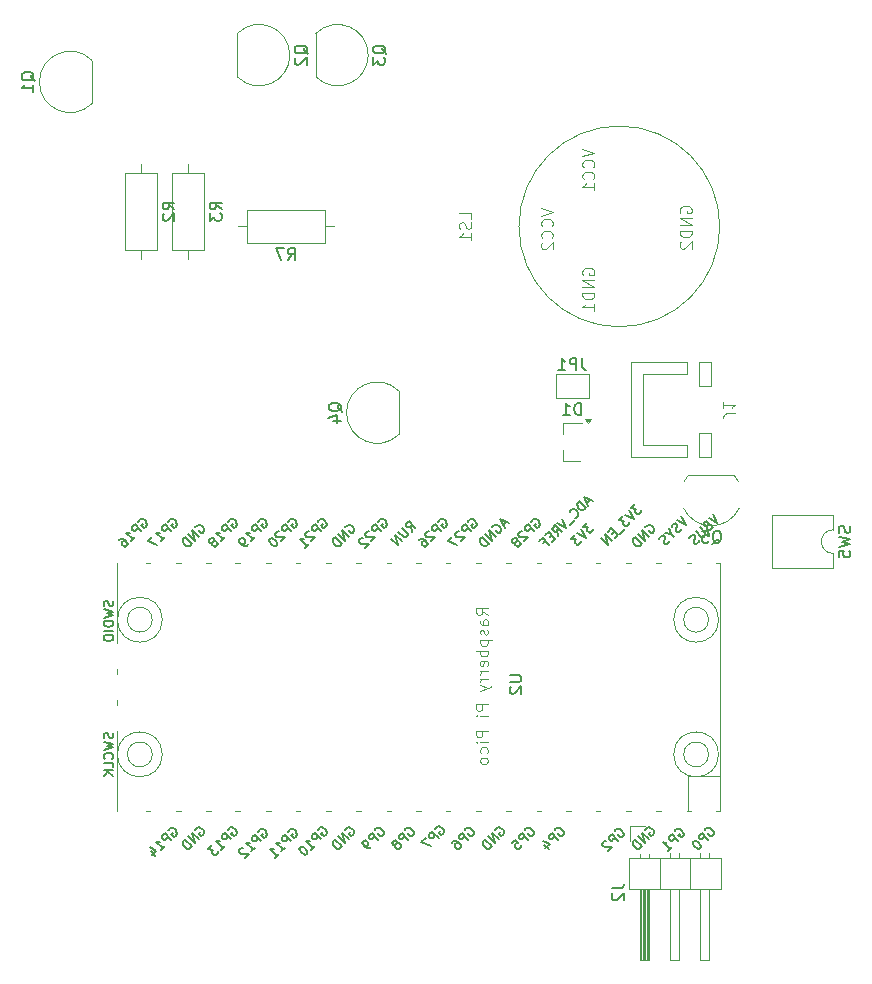
<source format=gbo>
%TF.GenerationSoftware,KiCad,Pcbnew,8.0.6*%
%TF.CreationDate,2025-01-14T21:11:08+01:00*%
%TF.ProjectId,kitchen_timer,6b697463-6865-46e5-9f74-696d65722e6b,1*%
%TF.SameCoordinates,Original*%
%TF.FileFunction,Legend,Bot*%
%TF.FilePolarity,Positive*%
%FSLAX46Y46*%
G04 Gerber Fmt 4.6, Leading zero omitted, Abs format (unit mm)*
G04 Created by KiCad (PCBNEW 8.0.6) date 2025-01-14 21:11:08*
%MOMM*%
%LPD*%
G01*
G04 APERTURE LIST*
%ADD10C,0.100000*%
%ADD11C,0.150000*%
%ADD12C,0.120000*%
G04 APERTURE END LIST*
D10*
X110872419Y-72875312D02*
X110396228Y-72541979D01*
X110872419Y-72303884D02*
X109872419Y-72303884D01*
X109872419Y-72303884D02*
X109872419Y-72684836D01*
X109872419Y-72684836D02*
X109920038Y-72780074D01*
X109920038Y-72780074D02*
X109967657Y-72827693D01*
X109967657Y-72827693D02*
X110062895Y-72875312D01*
X110062895Y-72875312D02*
X110205752Y-72875312D01*
X110205752Y-72875312D02*
X110300990Y-72827693D01*
X110300990Y-72827693D02*
X110348609Y-72780074D01*
X110348609Y-72780074D02*
X110396228Y-72684836D01*
X110396228Y-72684836D02*
X110396228Y-72303884D01*
X110872419Y-73732455D02*
X110348609Y-73732455D01*
X110348609Y-73732455D02*
X110253371Y-73684836D01*
X110253371Y-73684836D02*
X110205752Y-73589598D01*
X110205752Y-73589598D02*
X110205752Y-73399122D01*
X110205752Y-73399122D02*
X110253371Y-73303884D01*
X110824800Y-73732455D02*
X110872419Y-73637217D01*
X110872419Y-73637217D02*
X110872419Y-73399122D01*
X110872419Y-73399122D02*
X110824800Y-73303884D01*
X110824800Y-73303884D02*
X110729561Y-73256265D01*
X110729561Y-73256265D02*
X110634323Y-73256265D01*
X110634323Y-73256265D02*
X110539085Y-73303884D01*
X110539085Y-73303884D02*
X110491466Y-73399122D01*
X110491466Y-73399122D02*
X110491466Y-73637217D01*
X110491466Y-73637217D02*
X110443847Y-73732455D01*
X110824800Y-74161027D02*
X110872419Y-74256265D01*
X110872419Y-74256265D02*
X110872419Y-74446741D01*
X110872419Y-74446741D02*
X110824800Y-74541979D01*
X110824800Y-74541979D02*
X110729561Y-74589598D01*
X110729561Y-74589598D02*
X110681942Y-74589598D01*
X110681942Y-74589598D02*
X110586704Y-74541979D01*
X110586704Y-74541979D02*
X110539085Y-74446741D01*
X110539085Y-74446741D02*
X110539085Y-74303884D01*
X110539085Y-74303884D02*
X110491466Y-74208646D01*
X110491466Y-74208646D02*
X110396228Y-74161027D01*
X110396228Y-74161027D02*
X110348609Y-74161027D01*
X110348609Y-74161027D02*
X110253371Y-74208646D01*
X110253371Y-74208646D02*
X110205752Y-74303884D01*
X110205752Y-74303884D02*
X110205752Y-74446741D01*
X110205752Y-74446741D02*
X110253371Y-74541979D01*
X110205752Y-75018170D02*
X111205752Y-75018170D01*
X110253371Y-75018170D02*
X110205752Y-75113408D01*
X110205752Y-75113408D02*
X110205752Y-75303884D01*
X110205752Y-75303884D02*
X110253371Y-75399122D01*
X110253371Y-75399122D02*
X110300990Y-75446741D01*
X110300990Y-75446741D02*
X110396228Y-75494360D01*
X110396228Y-75494360D02*
X110681942Y-75494360D01*
X110681942Y-75494360D02*
X110777180Y-75446741D01*
X110777180Y-75446741D02*
X110824800Y-75399122D01*
X110824800Y-75399122D02*
X110872419Y-75303884D01*
X110872419Y-75303884D02*
X110872419Y-75113408D01*
X110872419Y-75113408D02*
X110824800Y-75018170D01*
X110872419Y-75922932D02*
X109872419Y-75922932D01*
X110253371Y-75922932D02*
X110205752Y-76018170D01*
X110205752Y-76018170D02*
X110205752Y-76208646D01*
X110205752Y-76208646D02*
X110253371Y-76303884D01*
X110253371Y-76303884D02*
X110300990Y-76351503D01*
X110300990Y-76351503D02*
X110396228Y-76399122D01*
X110396228Y-76399122D02*
X110681942Y-76399122D01*
X110681942Y-76399122D02*
X110777180Y-76351503D01*
X110777180Y-76351503D02*
X110824800Y-76303884D01*
X110824800Y-76303884D02*
X110872419Y-76208646D01*
X110872419Y-76208646D02*
X110872419Y-76018170D01*
X110872419Y-76018170D02*
X110824800Y-75922932D01*
X110824800Y-77208646D02*
X110872419Y-77113408D01*
X110872419Y-77113408D02*
X110872419Y-76922932D01*
X110872419Y-76922932D02*
X110824800Y-76827694D01*
X110824800Y-76827694D02*
X110729561Y-76780075D01*
X110729561Y-76780075D02*
X110348609Y-76780075D01*
X110348609Y-76780075D02*
X110253371Y-76827694D01*
X110253371Y-76827694D02*
X110205752Y-76922932D01*
X110205752Y-76922932D02*
X110205752Y-77113408D01*
X110205752Y-77113408D02*
X110253371Y-77208646D01*
X110253371Y-77208646D02*
X110348609Y-77256265D01*
X110348609Y-77256265D02*
X110443847Y-77256265D01*
X110443847Y-77256265D02*
X110539085Y-76780075D01*
X110872419Y-77684837D02*
X110205752Y-77684837D01*
X110396228Y-77684837D02*
X110300990Y-77732456D01*
X110300990Y-77732456D02*
X110253371Y-77780075D01*
X110253371Y-77780075D02*
X110205752Y-77875313D01*
X110205752Y-77875313D02*
X110205752Y-77970551D01*
X110872419Y-78303885D02*
X110205752Y-78303885D01*
X110396228Y-78303885D02*
X110300990Y-78351504D01*
X110300990Y-78351504D02*
X110253371Y-78399123D01*
X110253371Y-78399123D02*
X110205752Y-78494361D01*
X110205752Y-78494361D02*
X110205752Y-78589599D01*
X110205752Y-78827695D02*
X110872419Y-79065790D01*
X110205752Y-79303885D02*
X110872419Y-79065790D01*
X110872419Y-79065790D02*
X111110514Y-78970552D01*
X111110514Y-78970552D02*
X111158133Y-78922933D01*
X111158133Y-78922933D02*
X111205752Y-78827695D01*
X110872419Y-80446743D02*
X109872419Y-80446743D01*
X109872419Y-80446743D02*
X109872419Y-80827695D01*
X109872419Y-80827695D02*
X109920038Y-80922933D01*
X109920038Y-80922933D02*
X109967657Y-80970552D01*
X109967657Y-80970552D02*
X110062895Y-81018171D01*
X110062895Y-81018171D02*
X110205752Y-81018171D01*
X110205752Y-81018171D02*
X110300990Y-80970552D01*
X110300990Y-80970552D02*
X110348609Y-80922933D01*
X110348609Y-80922933D02*
X110396228Y-80827695D01*
X110396228Y-80827695D02*
X110396228Y-80446743D01*
X110872419Y-81446743D02*
X110205752Y-81446743D01*
X109872419Y-81446743D02*
X109920038Y-81399124D01*
X109920038Y-81399124D02*
X109967657Y-81446743D01*
X109967657Y-81446743D02*
X109920038Y-81494362D01*
X109920038Y-81494362D02*
X109872419Y-81446743D01*
X109872419Y-81446743D02*
X109967657Y-81446743D01*
X110872419Y-82684838D02*
X109872419Y-82684838D01*
X109872419Y-82684838D02*
X109872419Y-83065790D01*
X109872419Y-83065790D02*
X109920038Y-83161028D01*
X109920038Y-83161028D02*
X109967657Y-83208647D01*
X109967657Y-83208647D02*
X110062895Y-83256266D01*
X110062895Y-83256266D02*
X110205752Y-83256266D01*
X110205752Y-83256266D02*
X110300990Y-83208647D01*
X110300990Y-83208647D02*
X110348609Y-83161028D01*
X110348609Y-83161028D02*
X110396228Y-83065790D01*
X110396228Y-83065790D02*
X110396228Y-82684838D01*
X110872419Y-83684838D02*
X110205752Y-83684838D01*
X109872419Y-83684838D02*
X109920038Y-83637219D01*
X109920038Y-83637219D02*
X109967657Y-83684838D01*
X109967657Y-83684838D02*
X109920038Y-83732457D01*
X109920038Y-83732457D02*
X109872419Y-83684838D01*
X109872419Y-83684838D02*
X109967657Y-83684838D01*
X110824800Y-84589599D02*
X110872419Y-84494361D01*
X110872419Y-84494361D02*
X110872419Y-84303885D01*
X110872419Y-84303885D02*
X110824800Y-84208647D01*
X110824800Y-84208647D02*
X110777180Y-84161028D01*
X110777180Y-84161028D02*
X110681942Y-84113409D01*
X110681942Y-84113409D02*
X110396228Y-84113409D01*
X110396228Y-84113409D02*
X110300990Y-84161028D01*
X110300990Y-84161028D02*
X110253371Y-84208647D01*
X110253371Y-84208647D02*
X110205752Y-84303885D01*
X110205752Y-84303885D02*
X110205752Y-84494361D01*
X110205752Y-84494361D02*
X110253371Y-84589599D01*
X110872419Y-85161028D02*
X110824800Y-85065790D01*
X110824800Y-85065790D02*
X110777180Y-85018171D01*
X110777180Y-85018171D02*
X110681942Y-84970552D01*
X110681942Y-84970552D02*
X110396228Y-84970552D01*
X110396228Y-84970552D02*
X110300990Y-85018171D01*
X110300990Y-85018171D02*
X110253371Y-85065790D01*
X110253371Y-85065790D02*
X110205752Y-85161028D01*
X110205752Y-85161028D02*
X110205752Y-85303885D01*
X110205752Y-85303885D02*
X110253371Y-85399123D01*
X110253371Y-85399123D02*
X110300990Y-85446742D01*
X110300990Y-85446742D02*
X110396228Y-85494361D01*
X110396228Y-85494361D02*
X110681942Y-85494361D01*
X110681942Y-85494361D02*
X110777180Y-85446742D01*
X110777180Y-85446742D02*
X110824800Y-85399123D01*
X110824800Y-85399123D02*
X110872419Y-85303885D01*
X110872419Y-85303885D02*
X110872419Y-85161028D01*
D11*
X121354819Y-96051666D02*
X122069104Y-96051666D01*
X122069104Y-96051666D02*
X122211961Y-96004047D01*
X122211961Y-96004047D02*
X122307200Y-95908809D01*
X122307200Y-95908809D02*
X122354819Y-95765952D01*
X122354819Y-95765952D02*
X122354819Y-95670714D01*
X121450057Y-96480238D02*
X121402438Y-96527857D01*
X121402438Y-96527857D02*
X121354819Y-96623095D01*
X121354819Y-96623095D02*
X121354819Y-96861190D01*
X121354819Y-96861190D02*
X121402438Y-96956428D01*
X121402438Y-96956428D02*
X121450057Y-97004047D01*
X121450057Y-97004047D02*
X121545295Y-97051666D01*
X121545295Y-97051666D02*
X121640533Y-97051666D01*
X121640533Y-97051666D02*
X121783390Y-97004047D01*
X121783390Y-97004047D02*
X122354819Y-96432619D01*
X122354819Y-96432619D02*
X122354819Y-97051666D01*
X112704819Y-77988095D02*
X113514342Y-77988095D01*
X113514342Y-77988095D02*
X113609580Y-78035714D01*
X113609580Y-78035714D02*
X113657200Y-78083333D01*
X113657200Y-78083333D02*
X113704819Y-78178571D01*
X113704819Y-78178571D02*
X113704819Y-78369047D01*
X113704819Y-78369047D02*
X113657200Y-78464285D01*
X113657200Y-78464285D02*
X113609580Y-78511904D01*
X113609580Y-78511904D02*
X113514342Y-78559523D01*
X113514342Y-78559523D02*
X112704819Y-78559523D01*
X112800057Y-78988095D02*
X112752438Y-79035714D01*
X112752438Y-79035714D02*
X112704819Y-79130952D01*
X112704819Y-79130952D02*
X112704819Y-79369047D01*
X112704819Y-79369047D02*
X112752438Y-79464285D01*
X112752438Y-79464285D02*
X112800057Y-79511904D01*
X112800057Y-79511904D02*
X112895295Y-79559523D01*
X112895295Y-79559523D02*
X112990533Y-79559523D01*
X112990533Y-79559523D02*
X113133390Y-79511904D01*
X113133390Y-79511904D02*
X113704819Y-78940476D01*
X113704819Y-78940476D02*
X113704819Y-79559523D01*
X88880868Y-64989998D02*
X88907805Y-64909185D01*
X88907805Y-64909185D02*
X88988618Y-64828373D01*
X88988618Y-64828373D02*
X89096367Y-64774498D01*
X89096367Y-64774498D02*
X89204117Y-64774498D01*
X89204117Y-64774498D02*
X89284929Y-64801436D01*
X89284929Y-64801436D02*
X89419616Y-64882248D01*
X89419616Y-64882248D02*
X89500428Y-64963060D01*
X89500428Y-64963060D02*
X89581241Y-65097747D01*
X89581241Y-65097747D02*
X89608178Y-65178560D01*
X89608178Y-65178560D02*
X89608178Y-65286309D01*
X89608178Y-65286309D02*
X89554303Y-65394059D01*
X89554303Y-65394059D02*
X89500428Y-65447934D01*
X89500428Y-65447934D02*
X89392679Y-65501808D01*
X89392679Y-65501808D02*
X89338804Y-65501808D01*
X89338804Y-65501808D02*
X89150242Y-65313247D01*
X89150242Y-65313247D02*
X89257992Y-65205497D01*
X89150242Y-65798120D02*
X88584557Y-65232434D01*
X88584557Y-65232434D02*
X88369057Y-65447934D01*
X88369057Y-65447934D02*
X88342120Y-65528746D01*
X88342120Y-65528746D02*
X88342120Y-65582621D01*
X88342120Y-65582621D02*
X88369057Y-65663433D01*
X88369057Y-65663433D02*
X88449870Y-65744245D01*
X88449870Y-65744245D02*
X88530682Y-65771182D01*
X88530682Y-65771182D02*
X88584557Y-65771182D01*
X88584557Y-65771182D02*
X88665369Y-65744245D01*
X88665369Y-65744245D02*
X88880868Y-65528746D01*
X88288245Y-66660117D02*
X88611494Y-66336868D01*
X88449870Y-66498492D02*
X87884184Y-65932807D01*
X87884184Y-65932807D02*
X88018871Y-65959744D01*
X88018871Y-65959744D02*
X88126621Y-65959744D01*
X88126621Y-65959744D02*
X88207433Y-65932807D01*
X87641747Y-66660117D02*
X87668685Y-66579305D01*
X87668685Y-66579305D02*
X87668685Y-66525430D01*
X87668685Y-66525430D02*
X87641747Y-66444618D01*
X87641747Y-66444618D02*
X87614810Y-66417680D01*
X87614810Y-66417680D02*
X87533998Y-66390743D01*
X87533998Y-66390743D02*
X87480123Y-66390743D01*
X87480123Y-66390743D02*
X87399311Y-66417680D01*
X87399311Y-66417680D02*
X87291561Y-66525430D01*
X87291561Y-66525430D02*
X87264624Y-66606242D01*
X87264624Y-66606242D02*
X87264624Y-66660117D01*
X87264624Y-66660117D02*
X87291561Y-66740929D01*
X87291561Y-66740929D02*
X87318499Y-66767866D01*
X87318499Y-66767866D02*
X87399311Y-66794804D01*
X87399311Y-66794804D02*
X87453186Y-66794804D01*
X87453186Y-66794804D02*
X87533998Y-66767866D01*
X87533998Y-66767866D02*
X87641747Y-66660117D01*
X87641747Y-66660117D02*
X87722560Y-66633179D01*
X87722560Y-66633179D02*
X87776434Y-66633179D01*
X87776434Y-66633179D02*
X87857247Y-66660117D01*
X87857247Y-66660117D02*
X87964996Y-66767866D01*
X87964996Y-66767866D02*
X87991934Y-66848679D01*
X87991934Y-66848679D02*
X87991934Y-66902553D01*
X87991934Y-66902553D02*
X87964996Y-66983366D01*
X87964996Y-66983366D02*
X87857247Y-67091115D01*
X87857247Y-67091115D02*
X87776434Y-67118053D01*
X87776434Y-67118053D02*
X87722560Y-67118053D01*
X87722560Y-67118053D02*
X87641747Y-67091115D01*
X87641747Y-67091115D02*
X87533998Y-66983366D01*
X87533998Y-66983366D02*
X87507060Y-66902553D01*
X87507060Y-66902553D02*
X87507060Y-66848679D01*
X87507060Y-66848679D02*
X87533998Y-66767866D01*
X104403710Y-65838651D02*
X104322898Y-65380716D01*
X104726959Y-65515403D02*
X104161274Y-64949717D01*
X104161274Y-64949717D02*
X103945775Y-65165216D01*
X103945775Y-65165216D02*
X103918837Y-65246029D01*
X103918837Y-65246029D02*
X103918837Y-65299903D01*
X103918837Y-65299903D02*
X103945775Y-65380716D01*
X103945775Y-65380716D02*
X104026587Y-65461528D01*
X104026587Y-65461528D02*
X104107399Y-65488465D01*
X104107399Y-65488465D02*
X104161274Y-65488465D01*
X104161274Y-65488465D02*
X104242086Y-65461528D01*
X104242086Y-65461528D02*
X104457585Y-65246029D01*
X103595588Y-65515403D02*
X104053524Y-65973338D01*
X104053524Y-65973338D02*
X104080462Y-66054151D01*
X104080462Y-66054151D02*
X104080462Y-66108025D01*
X104080462Y-66108025D02*
X104053524Y-66188838D01*
X104053524Y-66188838D02*
X103945775Y-66296587D01*
X103945775Y-66296587D02*
X103864962Y-66323525D01*
X103864962Y-66323525D02*
X103811088Y-66323525D01*
X103811088Y-66323525D02*
X103730275Y-66296587D01*
X103730275Y-66296587D02*
X103272340Y-65838651D01*
X103568651Y-66673711D02*
X103002966Y-66108025D01*
X103002966Y-66108025D02*
X103245402Y-66996959D01*
X103245402Y-66996959D02*
X102679717Y-66431274D01*
X108931494Y-91113372D02*
X108958431Y-91032560D01*
X108958431Y-91032560D02*
X109039243Y-90951748D01*
X109039243Y-90951748D02*
X109146993Y-90897873D01*
X109146993Y-90897873D02*
X109254742Y-90897873D01*
X109254742Y-90897873D02*
X109335555Y-90924810D01*
X109335555Y-90924810D02*
X109470242Y-91005623D01*
X109470242Y-91005623D02*
X109551054Y-91086435D01*
X109551054Y-91086435D02*
X109631866Y-91221122D01*
X109631866Y-91221122D02*
X109658803Y-91301934D01*
X109658803Y-91301934D02*
X109658803Y-91409684D01*
X109658803Y-91409684D02*
X109604929Y-91517433D01*
X109604929Y-91517433D02*
X109551054Y-91571308D01*
X109551054Y-91571308D02*
X109443304Y-91625183D01*
X109443304Y-91625183D02*
X109389429Y-91625183D01*
X109389429Y-91625183D02*
X109200868Y-91436621D01*
X109200868Y-91436621D02*
X109308617Y-91328871D01*
X109200868Y-91921494D02*
X108635182Y-91355809D01*
X108635182Y-91355809D02*
X108419683Y-91571308D01*
X108419683Y-91571308D02*
X108392746Y-91652120D01*
X108392746Y-91652120D02*
X108392746Y-91705995D01*
X108392746Y-91705995D02*
X108419683Y-91786807D01*
X108419683Y-91786807D02*
X108500495Y-91867619D01*
X108500495Y-91867619D02*
X108581307Y-91894557D01*
X108581307Y-91894557D02*
X108635182Y-91894557D01*
X108635182Y-91894557D02*
X108715994Y-91867619D01*
X108715994Y-91867619D02*
X108931494Y-91652120D01*
X107827060Y-92163931D02*
X107934810Y-92056181D01*
X107934810Y-92056181D02*
X108015622Y-92029244D01*
X108015622Y-92029244D02*
X108069497Y-92029244D01*
X108069497Y-92029244D02*
X108204184Y-92056181D01*
X108204184Y-92056181D02*
X108338871Y-92136993D01*
X108338871Y-92136993D02*
X108554370Y-92352493D01*
X108554370Y-92352493D02*
X108581307Y-92433305D01*
X108581307Y-92433305D02*
X108581307Y-92487180D01*
X108581307Y-92487180D02*
X108554370Y-92567992D01*
X108554370Y-92567992D02*
X108446620Y-92675741D01*
X108446620Y-92675741D02*
X108365808Y-92702679D01*
X108365808Y-92702679D02*
X108311933Y-92702679D01*
X108311933Y-92702679D02*
X108231121Y-92675741D01*
X108231121Y-92675741D02*
X108096434Y-92541054D01*
X108096434Y-92541054D02*
X108069497Y-92460242D01*
X108069497Y-92460242D02*
X108069497Y-92406367D01*
X108069497Y-92406367D02*
X108096434Y-92325555D01*
X108096434Y-92325555D02*
X108204184Y-92217806D01*
X108204184Y-92217806D02*
X108284996Y-92190868D01*
X108284996Y-92190868D02*
X108338871Y-92190868D01*
X108338871Y-92190868D02*
X108419683Y-92217806D01*
X83800868Y-64989998D02*
X83827805Y-64909185D01*
X83827805Y-64909185D02*
X83908618Y-64828373D01*
X83908618Y-64828373D02*
X84016367Y-64774498D01*
X84016367Y-64774498D02*
X84124117Y-64774498D01*
X84124117Y-64774498D02*
X84204929Y-64801436D01*
X84204929Y-64801436D02*
X84339616Y-64882248D01*
X84339616Y-64882248D02*
X84420428Y-64963060D01*
X84420428Y-64963060D02*
X84501241Y-65097747D01*
X84501241Y-65097747D02*
X84528178Y-65178560D01*
X84528178Y-65178560D02*
X84528178Y-65286309D01*
X84528178Y-65286309D02*
X84474303Y-65394059D01*
X84474303Y-65394059D02*
X84420428Y-65447934D01*
X84420428Y-65447934D02*
X84312679Y-65501808D01*
X84312679Y-65501808D02*
X84258804Y-65501808D01*
X84258804Y-65501808D02*
X84070242Y-65313247D01*
X84070242Y-65313247D02*
X84177992Y-65205497D01*
X84070242Y-65798120D02*
X83504557Y-65232434D01*
X83504557Y-65232434D02*
X83289057Y-65447934D01*
X83289057Y-65447934D02*
X83262120Y-65528746D01*
X83262120Y-65528746D02*
X83262120Y-65582621D01*
X83262120Y-65582621D02*
X83289057Y-65663433D01*
X83289057Y-65663433D02*
X83369870Y-65744245D01*
X83369870Y-65744245D02*
X83450682Y-65771182D01*
X83450682Y-65771182D02*
X83504557Y-65771182D01*
X83504557Y-65771182D02*
X83585369Y-65744245D01*
X83585369Y-65744245D02*
X83800868Y-65528746D01*
X83208245Y-66660117D02*
X83531494Y-66336868D01*
X83369870Y-66498492D02*
X82804184Y-65932807D01*
X82804184Y-65932807D02*
X82938871Y-65959744D01*
X82938871Y-65959744D02*
X83046621Y-65959744D01*
X83046621Y-65959744D02*
X83127433Y-65932807D01*
X82453998Y-66282993D02*
X82076874Y-66660117D01*
X82076874Y-66660117D02*
X82884996Y-66983366D01*
X124198431Y-65486435D02*
X124225368Y-65405623D01*
X124225368Y-65405623D02*
X124306180Y-65324811D01*
X124306180Y-65324811D02*
X124413930Y-65270936D01*
X124413930Y-65270936D02*
X124521680Y-65270936D01*
X124521680Y-65270936D02*
X124602492Y-65297873D01*
X124602492Y-65297873D02*
X124737179Y-65378685D01*
X124737179Y-65378685D02*
X124817991Y-65459498D01*
X124817991Y-65459498D02*
X124898803Y-65594185D01*
X124898803Y-65594185D02*
X124925741Y-65674997D01*
X124925741Y-65674997D02*
X124925741Y-65782746D01*
X124925741Y-65782746D02*
X124871866Y-65890496D01*
X124871866Y-65890496D02*
X124817991Y-65944371D01*
X124817991Y-65944371D02*
X124710241Y-65998246D01*
X124710241Y-65998246D02*
X124656367Y-65998246D01*
X124656367Y-65998246D02*
X124467805Y-65809684D01*
X124467805Y-65809684D02*
X124575554Y-65701934D01*
X124467805Y-66294557D02*
X123902119Y-65728872D01*
X123902119Y-65728872D02*
X124144556Y-66617806D01*
X124144556Y-66617806D02*
X123578871Y-66052120D01*
X123875182Y-66887180D02*
X123309497Y-66321494D01*
X123309497Y-66321494D02*
X123174810Y-66456181D01*
X123174810Y-66456181D02*
X123120935Y-66563931D01*
X123120935Y-66563931D02*
X123120935Y-66671680D01*
X123120935Y-66671680D02*
X123147872Y-66752493D01*
X123147872Y-66752493D02*
X123228685Y-66887180D01*
X123228685Y-66887180D02*
X123309497Y-66967992D01*
X123309497Y-66967992D02*
X123444184Y-67048804D01*
X123444184Y-67048804D02*
X123524996Y-67075741D01*
X123524996Y-67075741D02*
X123632746Y-67075741D01*
X123632746Y-67075741D02*
X123740495Y-67021867D01*
X123740495Y-67021867D02*
X123875182Y-66887180D01*
X98798431Y-91086435D02*
X98825368Y-91005623D01*
X98825368Y-91005623D02*
X98906180Y-90924811D01*
X98906180Y-90924811D02*
X99013930Y-90870936D01*
X99013930Y-90870936D02*
X99121680Y-90870936D01*
X99121680Y-90870936D02*
X99202492Y-90897873D01*
X99202492Y-90897873D02*
X99337179Y-90978685D01*
X99337179Y-90978685D02*
X99417991Y-91059498D01*
X99417991Y-91059498D02*
X99498803Y-91194185D01*
X99498803Y-91194185D02*
X99525741Y-91274997D01*
X99525741Y-91274997D02*
X99525741Y-91382746D01*
X99525741Y-91382746D02*
X99471866Y-91490496D01*
X99471866Y-91490496D02*
X99417991Y-91544371D01*
X99417991Y-91544371D02*
X99310241Y-91598246D01*
X99310241Y-91598246D02*
X99256367Y-91598246D01*
X99256367Y-91598246D02*
X99067805Y-91409684D01*
X99067805Y-91409684D02*
X99175554Y-91301934D01*
X99067805Y-91894557D02*
X98502119Y-91328872D01*
X98502119Y-91328872D02*
X98744556Y-92217806D01*
X98744556Y-92217806D02*
X98178871Y-91652120D01*
X98475182Y-92487180D02*
X97909497Y-91921494D01*
X97909497Y-91921494D02*
X97774810Y-92056181D01*
X97774810Y-92056181D02*
X97720935Y-92163931D01*
X97720935Y-92163931D02*
X97720935Y-92271680D01*
X97720935Y-92271680D02*
X97747872Y-92352493D01*
X97747872Y-92352493D02*
X97828685Y-92487180D01*
X97828685Y-92487180D02*
X97909497Y-92567992D01*
X97909497Y-92567992D02*
X98044184Y-92648804D01*
X98044184Y-92648804D02*
X98124996Y-92675741D01*
X98124996Y-92675741D02*
X98232746Y-92675741D01*
X98232746Y-92675741D02*
X98340495Y-92621867D01*
X98340495Y-92621867D02*
X98475182Y-92487180D01*
X123358584Y-63522407D02*
X123008398Y-63872593D01*
X123008398Y-63872593D02*
X123412459Y-63899531D01*
X123412459Y-63899531D02*
X123331646Y-63980343D01*
X123331646Y-63980343D02*
X123304709Y-64061155D01*
X123304709Y-64061155D02*
X123304709Y-64115030D01*
X123304709Y-64115030D02*
X123331646Y-64195842D01*
X123331646Y-64195842D02*
X123466333Y-64330529D01*
X123466333Y-64330529D02*
X123547146Y-64357467D01*
X123547146Y-64357467D02*
X123601020Y-64357467D01*
X123601020Y-64357467D02*
X123681833Y-64330529D01*
X123681833Y-64330529D02*
X123843457Y-64168905D01*
X123843457Y-64168905D02*
X123870394Y-64088093D01*
X123870394Y-64088093D02*
X123870394Y-64034218D01*
X122846773Y-64034218D02*
X123223897Y-64788465D01*
X123223897Y-64788465D02*
X122469649Y-64411342D01*
X122334963Y-64546028D02*
X121984776Y-64896215D01*
X121984776Y-64896215D02*
X122388837Y-64923152D01*
X122388837Y-64923152D02*
X122308025Y-65003964D01*
X122308025Y-65003964D02*
X122281088Y-65084776D01*
X122281088Y-65084776D02*
X122281088Y-65138651D01*
X122281088Y-65138651D02*
X122308025Y-65219464D01*
X122308025Y-65219464D02*
X122442712Y-65354151D01*
X122442712Y-65354151D02*
X122523524Y-65381088D01*
X122523524Y-65381088D02*
X122577399Y-65381088D01*
X122577399Y-65381088D02*
X122658211Y-65354151D01*
X122658211Y-65354151D02*
X122819836Y-65192526D01*
X122819836Y-65192526D02*
X122846773Y-65111714D01*
X122846773Y-65111714D02*
X122846773Y-65057839D01*
X122496587Y-65623525D02*
X122065588Y-66054523D01*
X121580715Y-65839024D02*
X121392153Y-66027586D01*
X121607652Y-66404709D02*
X121877026Y-66135335D01*
X121877026Y-66135335D02*
X121311341Y-65569650D01*
X121311341Y-65569650D02*
X121041967Y-65839024D01*
X121365215Y-66647146D02*
X120799530Y-66081461D01*
X120799530Y-66081461D02*
X121041967Y-66970395D01*
X121041967Y-66970395D02*
X120476281Y-66404710D01*
X79124200Y-71704761D02*
X79162295Y-71819047D01*
X79162295Y-71819047D02*
X79162295Y-72009523D01*
X79162295Y-72009523D02*
X79124200Y-72085714D01*
X79124200Y-72085714D02*
X79086104Y-72123809D01*
X79086104Y-72123809D02*
X79009914Y-72161904D01*
X79009914Y-72161904D02*
X78933723Y-72161904D01*
X78933723Y-72161904D02*
X78857533Y-72123809D01*
X78857533Y-72123809D02*
X78819438Y-72085714D01*
X78819438Y-72085714D02*
X78781342Y-72009523D01*
X78781342Y-72009523D02*
X78743247Y-71857142D01*
X78743247Y-71857142D02*
X78705152Y-71780952D01*
X78705152Y-71780952D02*
X78667057Y-71742857D01*
X78667057Y-71742857D02*
X78590866Y-71704761D01*
X78590866Y-71704761D02*
X78514676Y-71704761D01*
X78514676Y-71704761D02*
X78438485Y-71742857D01*
X78438485Y-71742857D02*
X78400390Y-71780952D01*
X78400390Y-71780952D02*
X78362295Y-71857142D01*
X78362295Y-71857142D02*
X78362295Y-72047619D01*
X78362295Y-72047619D02*
X78400390Y-72161904D01*
X78362295Y-72428571D02*
X79162295Y-72619047D01*
X79162295Y-72619047D02*
X78590866Y-72771428D01*
X78590866Y-72771428D02*
X79162295Y-72923809D01*
X79162295Y-72923809D02*
X78362295Y-73114286D01*
X79162295Y-73419048D02*
X78362295Y-73419048D01*
X78362295Y-73419048D02*
X78362295Y-73609524D01*
X78362295Y-73609524D02*
X78400390Y-73723810D01*
X78400390Y-73723810D02*
X78476580Y-73800000D01*
X78476580Y-73800000D02*
X78552771Y-73838095D01*
X78552771Y-73838095D02*
X78705152Y-73876191D01*
X78705152Y-73876191D02*
X78819438Y-73876191D01*
X78819438Y-73876191D02*
X78971819Y-73838095D01*
X78971819Y-73838095D02*
X79048009Y-73800000D01*
X79048009Y-73800000D02*
X79124200Y-73723810D01*
X79124200Y-73723810D02*
X79162295Y-73609524D01*
X79162295Y-73609524D02*
X79162295Y-73419048D01*
X79162295Y-74219048D02*
X78362295Y-74219048D01*
X78362295Y-74752381D02*
X78362295Y-74904762D01*
X78362295Y-74904762D02*
X78400390Y-74980952D01*
X78400390Y-74980952D02*
X78476580Y-75057143D01*
X78476580Y-75057143D02*
X78628961Y-75095238D01*
X78628961Y-75095238D02*
X78895628Y-75095238D01*
X78895628Y-75095238D02*
X79048009Y-75057143D01*
X79048009Y-75057143D02*
X79124200Y-74980952D01*
X79124200Y-74980952D02*
X79162295Y-74904762D01*
X79162295Y-74904762D02*
X79162295Y-74752381D01*
X79162295Y-74752381D02*
X79124200Y-74676190D01*
X79124200Y-74676190D02*
X79048009Y-74600000D01*
X79048009Y-74600000D02*
X78895628Y-74561904D01*
X78895628Y-74561904D02*
X78628961Y-74561904D01*
X78628961Y-74561904D02*
X78476580Y-74600000D01*
X78476580Y-74600000D02*
X78400390Y-74676190D01*
X78400390Y-74676190D02*
X78362295Y-74752381D01*
X119290868Y-65090123D02*
X118940682Y-65440309D01*
X118940682Y-65440309D02*
X119344743Y-65467247D01*
X119344743Y-65467247D02*
X119263931Y-65548059D01*
X119263931Y-65548059D02*
X119236993Y-65628871D01*
X119236993Y-65628871D02*
X119236993Y-65682746D01*
X119236993Y-65682746D02*
X119263931Y-65763558D01*
X119263931Y-65763558D02*
X119398618Y-65898245D01*
X119398618Y-65898245D02*
X119479430Y-65925182D01*
X119479430Y-65925182D02*
X119533305Y-65925182D01*
X119533305Y-65925182D02*
X119614117Y-65898245D01*
X119614117Y-65898245D02*
X119775741Y-65736621D01*
X119775741Y-65736621D02*
X119802679Y-65655808D01*
X119802679Y-65655808D02*
X119802679Y-65601934D01*
X118779057Y-65601934D02*
X119156181Y-66356181D01*
X119156181Y-66356181D02*
X118401934Y-65979057D01*
X118267247Y-66113744D02*
X117917061Y-66463930D01*
X117917061Y-66463930D02*
X118321122Y-66490868D01*
X118321122Y-66490868D02*
X118240309Y-66571680D01*
X118240309Y-66571680D02*
X118213372Y-66652492D01*
X118213372Y-66652492D02*
X118213372Y-66706367D01*
X118213372Y-66706367D02*
X118240309Y-66787179D01*
X118240309Y-66787179D02*
X118374996Y-66921866D01*
X118374996Y-66921866D02*
X118455809Y-66948804D01*
X118455809Y-66948804D02*
X118509683Y-66948804D01*
X118509683Y-66948804D02*
X118590496Y-66921866D01*
X118590496Y-66921866D02*
X118752120Y-66760242D01*
X118752120Y-66760242D02*
X118779057Y-66679430D01*
X118779057Y-66679430D02*
X118779057Y-66625555D01*
X101311494Y-91113372D02*
X101338431Y-91032560D01*
X101338431Y-91032560D02*
X101419243Y-90951748D01*
X101419243Y-90951748D02*
X101526993Y-90897873D01*
X101526993Y-90897873D02*
X101634742Y-90897873D01*
X101634742Y-90897873D02*
X101715555Y-90924810D01*
X101715555Y-90924810D02*
X101850242Y-91005623D01*
X101850242Y-91005623D02*
X101931054Y-91086435D01*
X101931054Y-91086435D02*
X102011866Y-91221122D01*
X102011866Y-91221122D02*
X102038803Y-91301934D01*
X102038803Y-91301934D02*
X102038803Y-91409684D01*
X102038803Y-91409684D02*
X101984929Y-91517433D01*
X101984929Y-91517433D02*
X101931054Y-91571308D01*
X101931054Y-91571308D02*
X101823304Y-91625183D01*
X101823304Y-91625183D02*
X101769429Y-91625183D01*
X101769429Y-91625183D02*
X101580868Y-91436621D01*
X101580868Y-91436621D02*
X101688617Y-91328871D01*
X101580868Y-91921494D02*
X101015182Y-91355809D01*
X101015182Y-91355809D02*
X100799683Y-91571308D01*
X100799683Y-91571308D02*
X100772746Y-91652120D01*
X100772746Y-91652120D02*
X100772746Y-91705995D01*
X100772746Y-91705995D02*
X100799683Y-91786807D01*
X100799683Y-91786807D02*
X100880495Y-91867619D01*
X100880495Y-91867619D02*
X100961307Y-91894557D01*
X100961307Y-91894557D02*
X101015182Y-91894557D01*
X101015182Y-91894557D02*
X101095994Y-91867619D01*
X101095994Y-91867619D02*
X101311494Y-91652120D01*
X100988245Y-92514117D02*
X100880495Y-92621867D01*
X100880495Y-92621867D02*
X100799683Y-92648804D01*
X100799683Y-92648804D02*
X100745808Y-92648804D01*
X100745808Y-92648804D02*
X100611121Y-92621867D01*
X100611121Y-92621867D02*
X100476434Y-92541054D01*
X100476434Y-92541054D02*
X100260935Y-92325555D01*
X100260935Y-92325555D02*
X100233998Y-92244743D01*
X100233998Y-92244743D02*
X100233998Y-92190868D01*
X100233998Y-92190868D02*
X100260935Y-92110056D01*
X100260935Y-92110056D02*
X100368685Y-92002306D01*
X100368685Y-92002306D02*
X100449497Y-91975369D01*
X100449497Y-91975369D02*
X100503372Y-91975369D01*
X100503372Y-91975369D02*
X100584184Y-92002306D01*
X100584184Y-92002306D02*
X100718871Y-92136993D01*
X100718871Y-92136993D02*
X100745808Y-92217806D01*
X100745808Y-92217806D02*
X100745808Y-92271680D01*
X100745808Y-92271680D02*
X100718871Y-92352493D01*
X100718871Y-92352493D02*
X100611121Y-92460242D01*
X100611121Y-92460242D02*
X100530309Y-92487180D01*
X100530309Y-92487180D02*
X100476434Y-92487180D01*
X100476434Y-92487180D02*
X100395622Y-92460242D01*
X98798431Y-65486435D02*
X98825368Y-65405623D01*
X98825368Y-65405623D02*
X98906180Y-65324811D01*
X98906180Y-65324811D02*
X99013930Y-65270936D01*
X99013930Y-65270936D02*
X99121680Y-65270936D01*
X99121680Y-65270936D02*
X99202492Y-65297873D01*
X99202492Y-65297873D02*
X99337179Y-65378685D01*
X99337179Y-65378685D02*
X99417991Y-65459498D01*
X99417991Y-65459498D02*
X99498803Y-65594185D01*
X99498803Y-65594185D02*
X99525741Y-65674997D01*
X99525741Y-65674997D02*
X99525741Y-65782746D01*
X99525741Y-65782746D02*
X99471866Y-65890496D01*
X99471866Y-65890496D02*
X99417991Y-65944371D01*
X99417991Y-65944371D02*
X99310241Y-65998246D01*
X99310241Y-65998246D02*
X99256367Y-65998246D01*
X99256367Y-65998246D02*
X99067805Y-65809684D01*
X99067805Y-65809684D02*
X99175554Y-65701934D01*
X99067805Y-66294557D02*
X98502119Y-65728872D01*
X98502119Y-65728872D02*
X98744556Y-66617806D01*
X98744556Y-66617806D02*
X98178871Y-66052120D01*
X98475182Y-66887180D02*
X97909497Y-66321494D01*
X97909497Y-66321494D02*
X97774810Y-66456181D01*
X97774810Y-66456181D02*
X97720935Y-66563931D01*
X97720935Y-66563931D02*
X97720935Y-66671680D01*
X97720935Y-66671680D02*
X97747872Y-66752493D01*
X97747872Y-66752493D02*
X97828685Y-66887180D01*
X97828685Y-66887180D02*
X97909497Y-66967992D01*
X97909497Y-66967992D02*
X98044184Y-67048804D01*
X98044184Y-67048804D02*
X98124996Y-67075741D01*
X98124996Y-67075741D02*
X98232746Y-67075741D01*
X98232746Y-67075741D02*
X98340495Y-67021867D01*
X98340495Y-67021867D02*
X98475182Y-66887180D01*
X81260868Y-64989998D02*
X81287805Y-64909185D01*
X81287805Y-64909185D02*
X81368618Y-64828373D01*
X81368618Y-64828373D02*
X81476367Y-64774498D01*
X81476367Y-64774498D02*
X81584117Y-64774498D01*
X81584117Y-64774498D02*
X81664929Y-64801436D01*
X81664929Y-64801436D02*
X81799616Y-64882248D01*
X81799616Y-64882248D02*
X81880428Y-64963060D01*
X81880428Y-64963060D02*
X81961241Y-65097747D01*
X81961241Y-65097747D02*
X81988178Y-65178560D01*
X81988178Y-65178560D02*
X81988178Y-65286309D01*
X81988178Y-65286309D02*
X81934303Y-65394059D01*
X81934303Y-65394059D02*
X81880428Y-65447934D01*
X81880428Y-65447934D02*
X81772679Y-65501808D01*
X81772679Y-65501808D02*
X81718804Y-65501808D01*
X81718804Y-65501808D02*
X81530242Y-65313247D01*
X81530242Y-65313247D02*
X81637992Y-65205497D01*
X81530242Y-65798120D02*
X80964557Y-65232434D01*
X80964557Y-65232434D02*
X80749057Y-65447934D01*
X80749057Y-65447934D02*
X80722120Y-65528746D01*
X80722120Y-65528746D02*
X80722120Y-65582621D01*
X80722120Y-65582621D02*
X80749057Y-65663433D01*
X80749057Y-65663433D02*
X80829870Y-65744245D01*
X80829870Y-65744245D02*
X80910682Y-65771182D01*
X80910682Y-65771182D02*
X80964557Y-65771182D01*
X80964557Y-65771182D02*
X81045369Y-65744245D01*
X81045369Y-65744245D02*
X81260868Y-65528746D01*
X80668245Y-66660117D02*
X80991494Y-66336868D01*
X80829870Y-66498492D02*
X80264184Y-65932807D01*
X80264184Y-65932807D02*
X80398871Y-65959744D01*
X80398871Y-65959744D02*
X80506621Y-65959744D01*
X80506621Y-65959744D02*
X80587433Y-65932807D01*
X79617686Y-66579305D02*
X79725436Y-66471555D01*
X79725436Y-66471555D02*
X79806248Y-66444618D01*
X79806248Y-66444618D02*
X79860123Y-66444618D01*
X79860123Y-66444618D02*
X79994810Y-66471555D01*
X79994810Y-66471555D02*
X80129497Y-66552367D01*
X80129497Y-66552367D02*
X80344996Y-66767866D01*
X80344996Y-66767866D02*
X80371934Y-66848679D01*
X80371934Y-66848679D02*
X80371934Y-66902553D01*
X80371934Y-66902553D02*
X80344996Y-66983366D01*
X80344996Y-66983366D02*
X80237247Y-67091115D01*
X80237247Y-67091115D02*
X80156434Y-67118053D01*
X80156434Y-67118053D02*
X80102560Y-67118053D01*
X80102560Y-67118053D02*
X80021747Y-67091115D01*
X80021747Y-67091115D02*
X79887060Y-66956428D01*
X79887060Y-66956428D02*
X79860123Y-66875616D01*
X79860123Y-66875616D02*
X79860123Y-66821741D01*
X79860123Y-66821741D02*
X79887060Y-66740929D01*
X79887060Y-66740929D02*
X79994810Y-66633179D01*
X79994810Y-66633179D02*
X80075622Y-66606242D01*
X80075622Y-66606242D02*
X80129497Y-66606242D01*
X80129497Y-66606242D02*
X80210309Y-66633179D01*
X116551494Y-91113372D02*
X116578431Y-91032560D01*
X116578431Y-91032560D02*
X116659243Y-90951748D01*
X116659243Y-90951748D02*
X116766993Y-90897873D01*
X116766993Y-90897873D02*
X116874742Y-90897873D01*
X116874742Y-90897873D02*
X116955555Y-90924810D01*
X116955555Y-90924810D02*
X117090242Y-91005623D01*
X117090242Y-91005623D02*
X117171054Y-91086435D01*
X117171054Y-91086435D02*
X117251866Y-91221122D01*
X117251866Y-91221122D02*
X117278803Y-91301934D01*
X117278803Y-91301934D02*
X117278803Y-91409684D01*
X117278803Y-91409684D02*
X117224929Y-91517433D01*
X117224929Y-91517433D02*
X117171054Y-91571308D01*
X117171054Y-91571308D02*
X117063304Y-91625183D01*
X117063304Y-91625183D02*
X117009429Y-91625183D01*
X117009429Y-91625183D02*
X116820868Y-91436621D01*
X116820868Y-91436621D02*
X116928617Y-91328871D01*
X116820868Y-91921494D02*
X116255182Y-91355809D01*
X116255182Y-91355809D02*
X116039683Y-91571308D01*
X116039683Y-91571308D02*
X116012746Y-91652120D01*
X116012746Y-91652120D02*
X116012746Y-91705995D01*
X116012746Y-91705995D02*
X116039683Y-91786807D01*
X116039683Y-91786807D02*
X116120495Y-91867619D01*
X116120495Y-91867619D02*
X116201307Y-91894557D01*
X116201307Y-91894557D02*
X116255182Y-91894557D01*
X116255182Y-91894557D02*
X116335994Y-91867619D01*
X116335994Y-91867619D02*
X116551494Y-91652120D01*
X115635622Y-92352493D02*
X116012746Y-92729616D01*
X115554810Y-92002306D02*
X116093558Y-92271680D01*
X116093558Y-92271680D02*
X115743372Y-92621867D01*
X101580868Y-64989998D02*
X101607805Y-64909185D01*
X101607805Y-64909185D02*
X101688618Y-64828373D01*
X101688618Y-64828373D02*
X101796367Y-64774498D01*
X101796367Y-64774498D02*
X101904117Y-64774498D01*
X101904117Y-64774498D02*
X101984929Y-64801436D01*
X101984929Y-64801436D02*
X102119616Y-64882248D01*
X102119616Y-64882248D02*
X102200428Y-64963060D01*
X102200428Y-64963060D02*
X102281241Y-65097747D01*
X102281241Y-65097747D02*
X102308178Y-65178560D01*
X102308178Y-65178560D02*
X102308178Y-65286309D01*
X102308178Y-65286309D02*
X102254303Y-65394059D01*
X102254303Y-65394059D02*
X102200428Y-65447934D01*
X102200428Y-65447934D02*
X102092679Y-65501808D01*
X102092679Y-65501808D02*
X102038804Y-65501808D01*
X102038804Y-65501808D02*
X101850242Y-65313247D01*
X101850242Y-65313247D02*
X101957992Y-65205497D01*
X101850242Y-65798120D02*
X101284557Y-65232434D01*
X101284557Y-65232434D02*
X101069057Y-65447934D01*
X101069057Y-65447934D02*
X101042120Y-65528746D01*
X101042120Y-65528746D02*
X101042120Y-65582621D01*
X101042120Y-65582621D02*
X101069057Y-65663433D01*
X101069057Y-65663433D02*
X101149870Y-65744245D01*
X101149870Y-65744245D02*
X101230682Y-65771182D01*
X101230682Y-65771182D02*
X101284557Y-65771182D01*
X101284557Y-65771182D02*
X101365369Y-65744245D01*
X101365369Y-65744245D02*
X101580868Y-65528746D01*
X100799683Y-65825057D02*
X100745809Y-65825057D01*
X100745809Y-65825057D02*
X100664996Y-65851995D01*
X100664996Y-65851995D02*
X100530309Y-65986682D01*
X100530309Y-65986682D02*
X100503372Y-66067494D01*
X100503372Y-66067494D02*
X100503372Y-66121369D01*
X100503372Y-66121369D02*
X100530309Y-66202181D01*
X100530309Y-66202181D02*
X100584184Y-66256056D01*
X100584184Y-66256056D02*
X100691934Y-66309930D01*
X100691934Y-66309930D02*
X101338431Y-66309930D01*
X101338431Y-66309930D02*
X100988245Y-66660117D01*
X100260935Y-66363805D02*
X100207060Y-66363805D01*
X100207060Y-66363805D02*
X100126248Y-66390743D01*
X100126248Y-66390743D02*
X99991561Y-66525430D01*
X99991561Y-66525430D02*
X99964624Y-66606242D01*
X99964624Y-66606242D02*
X99964624Y-66660117D01*
X99964624Y-66660117D02*
X99991561Y-66740929D01*
X99991561Y-66740929D02*
X100045436Y-66794804D01*
X100045436Y-66794804D02*
X100153186Y-66848679D01*
X100153186Y-66848679D02*
X100799683Y-66848679D01*
X100799683Y-66848679D02*
X100449497Y-67198865D01*
X121631494Y-91213372D02*
X121658431Y-91132560D01*
X121658431Y-91132560D02*
X121739243Y-91051748D01*
X121739243Y-91051748D02*
X121846993Y-90997873D01*
X121846993Y-90997873D02*
X121954742Y-90997873D01*
X121954742Y-90997873D02*
X122035555Y-91024810D01*
X122035555Y-91024810D02*
X122170242Y-91105623D01*
X122170242Y-91105623D02*
X122251054Y-91186435D01*
X122251054Y-91186435D02*
X122331866Y-91321122D01*
X122331866Y-91321122D02*
X122358803Y-91401934D01*
X122358803Y-91401934D02*
X122358803Y-91509684D01*
X122358803Y-91509684D02*
X122304929Y-91617433D01*
X122304929Y-91617433D02*
X122251054Y-91671308D01*
X122251054Y-91671308D02*
X122143304Y-91725183D01*
X122143304Y-91725183D02*
X122089429Y-91725183D01*
X122089429Y-91725183D02*
X121900868Y-91536621D01*
X121900868Y-91536621D02*
X122008617Y-91428871D01*
X121900868Y-92021494D02*
X121335182Y-91455809D01*
X121335182Y-91455809D02*
X121119683Y-91671308D01*
X121119683Y-91671308D02*
X121092746Y-91752120D01*
X121092746Y-91752120D02*
X121092746Y-91805995D01*
X121092746Y-91805995D02*
X121119683Y-91886807D01*
X121119683Y-91886807D02*
X121200495Y-91967619D01*
X121200495Y-91967619D02*
X121281307Y-91994557D01*
X121281307Y-91994557D02*
X121335182Y-91994557D01*
X121335182Y-91994557D02*
X121415994Y-91967619D01*
X121415994Y-91967619D02*
X121631494Y-91752120D01*
X120850309Y-92048432D02*
X120796434Y-92048432D01*
X120796434Y-92048432D02*
X120715622Y-92075369D01*
X120715622Y-92075369D02*
X120580935Y-92210056D01*
X120580935Y-92210056D02*
X120553998Y-92290868D01*
X120553998Y-92290868D02*
X120553998Y-92344743D01*
X120553998Y-92344743D02*
X120580935Y-92425555D01*
X120580935Y-92425555D02*
X120634810Y-92479430D01*
X120634810Y-92479430D02*
X120742559Y-92533305D01*
X120742559Y-92533305D02*
X121389057Y-92533305D01*
X121389057Y-92533305D02*
X121038871Y-92883491D01*
X91420868Y-64989998D02*
X91447805Y-64909185D01*
X91447805Y-64909185D02*
X91528618Y-64828373D01*
X91528618Y-64828373D02*
X91636367Y-64774498D01*
X91636367Y-64774498D02*
X91744117Y-64774498D01*
X91744117Y-64774498D02*
X91824929Y-64801436D01*
X91824929Y-64801436D02*
X91959616Y-64882248D01*
X91959616Y-64882248D02*
X92040428Y-64963060D01*
X92040428Y-64963060D02*
X92121241Y-65097747D01*
X92121241Y-65097747D02*
X92148178Y-65178560D01*
X92148178Y-65178560D02*
X92148178Y-65286309D01*
X92148178Y-65286309D02*
X92094303Y-65394059D01*
X92094303Y-65394059D02*
X92040428Y-65447934D01*
X92040428Y-65447934D02*
X91932679Y-65501808D01*
X91932679Y-65501808D02*
X91878804Y-65501808D01*
X91878804Y-65501808D02*
X91690242Y-65313247D01*
X91690242Y-65313247D02*
X91797992Y-65205497D01*
X91690242Y-65798120D02*
X91124557Y-65232434D01*
X91124557Y-65232434D02*
X90909057Y-65447934D01*
X90909057Y-65447934D02*
X90882120Y-65528746D01*
X90882120Y-65528746D02*
X90882120Y-65582621D01*
X90882120Y-65582621D02*
X90909057Y-65663433D01*
X90909057Y-65663433D02*
X90989870Y-65744245D01*
X90989870Y-65744245D02*
X91070682Y-65771182D01*
X91070682Y-65771182D02*
X91124557Y-65771182D01*
X91124557Y-65771182D02*
X91205369Y-65744245D01*
X91205369Y-65744245D02*
X91420868Y-65528746D01*
X90828245Y-66660117D02*
X91151494Y-66336868D01*
X90989870Y-66498492D02*
X90424184Y-65932807D01*
X90424184Y-65932807D02*
X90558871Y-65959744D01*
X90558871Y-65959744D02*
X90666621Y-65959744D01*
X90666621Y-65959744D02*
X90747433Y-65932807D01*
X90558871Y-66929491D02*
X90451121Y-67037240D01*
X90451121Y-67037240D02*
X90370309Y-67064178D01*
X90370309Y-67064178D02*
X90316434Y-67064178D01*
X90316434Y-67064178D02*
X90181747Y-67037240D01*
X90181747Y-67037240D02*
X90047060Y-66956428D01*
X90047060Y-66956428D02*
X89831561Y-66740929D01*
X89831561Y-66740929D02*
X89804624Y-66660117D01*
X89804624Y-66660117D02*
X89804624Y-66606242D01*
X89804624Y-66606242D02*
X89831561Y-66525430D01*
X89831561Y-66525430D02*
X89939311Y-66417680D01*
X89939311Y-66417680D02*
X90020123Y-66390743D01*
X90020123Y-66390743D02*
X90073998Y-66390743D01*
X90073998Y-66390743D02*
X90154810Y-66417680D01*
X90154810Y-66417680D02*
X90289497Y-66552367D01*
X90289497Y-66552367D02*
X90316434Y-66633179D01*
X90316434Y-66633179D02*
X90316434Y-66687054D01*
X90316434Y-66687054D02*
X90289497Y-66767866D01*
X90289497Y-66767866D02*
X90181747Y-66875616D01*
X90181747Y-66875616D02*
X90100935Y-66902553D01*
X90100935Y-66902553D02*
X90047060Y-66902553D01*
X90047060Y-66902553D02*
X89966248Y-66875616D01*
X114534868Y-64989998D02*
X114561805Y-64909185D01*
X114561805Y-64909185D02*
X114642618Y-64828373D01*
X114642618Y-64828373D02*
X114750367Y-64774498D01*
X114750367Y-64774498D02*
X114858117Y-64774498D01*
X114858117Y-64774498D02*
X114938929Y-64801436D01*
X114938929Y-64801436D02*
X115073616Y-64882248D01*
X115073616Y-64882248D02*
X115154428Y-64963060D01*
X115154428Y-64963060D02*
X115235241Y-65097747D01*
X115235241Y-65097747D02*
X115262178Y-65178560D01*
X115262178Y-65178560D02*
X115262178Y-65286309D01*
X115262178Y-65286309D02*
X115208303Y-65394059D01*
X115208303Y-65394059D02*
X115154428Y-65447934D01*
X115154428Y-65447934D02*
X115046679Y-65501808D01*
X115046679Y-65501808D02*
X114992804Y-65501808D01*
X114992804Y-65501808D02*
X114804242Y-65313247D01*
X114804242Y-65313247D02*
X114911992Y-65205497D01*
X114804242Y-65798120D02*
X114238557Y-65232434D01*
X114238557Y-65232434D02*
X114023057Y-65447934D01*
X114023057Y-65447934D02*
X113996120Y-65528746D01*
X113996120Y-65528746D02*
X113996120Y-65582621D01*
X113996120Y-65582621D02*
X114023057Y-65663433D01*
X114023057Y-65663433D02*
X114103870Y-65744245D01*
X114103870Y-65744245D02*
X114184682Y-65771182D01*
X114184682Y-65771182D02*
X114238557Y-65771182D01*
X114238557Y-65771182D02*
X114319369Y-65744245D01*
X114319369Y-65744245D02*
X114534868Y-65528746D01*
X113753683Y-65825057D02*
X113699809Y-65825057D01*
X113699809Y-65825057D02*
X113618996Y-65851995D01*
X113618996Y-65851995D02*
X113484309Y-65986682D01*
X113484309Y-65986682D02*
X113457372Y-66067494D01*
X113457372Y-66067494D02*
X113457372Y-66121369D01*
X113457372Y-66121369D02*
X113484309Y-66202181D01*
X113484309Y-66202181D02*
X113538184Y-66256056D01*
X113538184Y-66256056D02*
X113645934Y-66309930D01*
X113645934Y-66309930D02*
X114292431Y-66309930D01*
X114292431Y-66309930D02*
X113942245Y-66660117D01*
X113295747Y-66660117D02*
X113322685Y-66579305D01*
X113322685Y-66579305D02*
X113322685Y-66525430D01*
X113322685Y-66525430D02*
X113295747Y-66444618D01*
X113295747Y-66444618D02*
X113268810Y-66417680D01*
X113268810Y-66417680D02*
X113187998Y-66390743D01*
X113187998Y-66390743D02*
X113134123Y-66390743D01*
X113134123Y-66390743D02*
X113053311Y-66417680D01*
X113053311Y-66417680D02*
X112945561Y-66525430D01*
X112945561Y-66525430D02*
X112918624Y-66606242D01*
X112918624Y-66606242D02*
X112918624Y-66660117D01*
X112918624Y-66660117D02*
X112945561Y-66740929D01*
X112945561Y-66740929D02*
X112972499Y-66767866D01*
X112972499Y-66767866D02*
X113053311Y-66794804D01*
X113053311Y-66794804D02*
X113107186Y-66794804D01*
X113107186Y-66794804D02*
X113187998Y-66767866D01*
X113187998Y-66767866D02*
X113295747Y-66660117D01*
X113295747Y-66660117D02*
X113376560Y-66633179D01*
X113376560Y-66633179D02*
X113430434Y-66633179D01*
X113430434Y-66633179D02*
X113511247Y-66660117D01*
X113511247Y-66660117D02*
X113618996Y-66767866D01*
X113618996Y-66767866D02*
X113645934Y-66848679D01*
X113645934Y-66848679D02*
X113645934Y-66902553D01*
X113645934Y-66902553D02*
X113618996Y-66983366D01*
X113618996Y-66983366D02*
X113511247Y-67091115D01*
X113511247Y-67091115D02*
X113430434Y-67118053D01*
X113430434Y-67118053D02*
X113376560Y-67118053D01*
X113376560Y-67118053D02*
X113295747Y-67091115D01*
X113295747Y-67091115D02*
X113187998Y-66983366D01*
X113187998Y-66983366D02*
X113161060Y-66902553D01*
X113161060Y-66902553D02*
X113161060Y-66848679D01*
X113161060Y-66848679D02*
X113187998Y-66767866D01*
X103851494Y-91113372D02*
X103878431Y-91032560D01*
X103878431Y-91032560D02*
X103959243Y-90951748D01*
X103959243Y-90951748D02*
X104066993Y-90897873D01*
X104066993Y-90897873D02*
X104174742Y-90897873D01*
X104174742Y-90897873D02*
X104255555Y-90924810D01*
X104255555Y-90924810D02*
X104390242Y-91005623D01*
X104390242Y-91005623D02*
X104471054Y-91086435D01*
X104471054Y-91086435D02*
X104551866Y-91221122D01*
X104551866Y-91221122D02*
X104578803Y-91301934D01*
X104578803Y-91301934D02*
X104578803Y-91409684D01*
X104578803Y-91409684D02*
X104524929Y-91517433D01*
X104524929Y-91517433D02*
X104471054Y-91571308D01*
X104471054Y-91571308D02*
X104363304Y-91625183D01*
X104363304Y-91625183D02*
X104309429Y-91625183D01*
X104309429Y-91625183D02*
X104120868Y-91436621D01*
X104120868Y-91436621D02*
X104228617Y-91328871D01*
X104120868Y-91921494D02*
X103555182Y-91355809D01*
X103555182Y-91355809D02*
X103339683Y-91571308D01*
X103339683Y-91571308D02*
X103312746Y-91652120D01*
X103312746Y-91652120D02*
X103312746Y-91705995D01*
X103312746Y-91705995D02*
X103339683Y-91786807D01*
X103339683Y-91786807D02*
X103420495Y-91867619D01*
X103420495Y-91867619D02*
X103501307Y-91894557D01*
X103501307Y-91894557D02*
X103555182Y-91894557D01*
X103555182Y-91894557D02*
X103635994Y-91867619D01*
X103635994Y-91867619D02*
X103851494Y-91652120D01*
X103151121Y-92244743D02*
X103178059Y-92163931D01*
X103178059Y-92163931D02*
X103178059Y-92110056D01*
X103178059Y-92110056D02*
X103151121Y-92029244D01*
X103151121Y-92029244D02*
X103124184Y-92002306D01*
X103124184Y-92002306D02*
X103043372Y-91975369D01*
X103043372Y-91975369D02*
X102989497Y-91975369D01*
X102989497Y-91975369D02*
X102908685Y-92002306D01*
X102908685Y-92002306D02*
X102800935Y-92110056D01*
X102800935Y-92110056D02*
X102773998Y-92190868D01*
X102773998Y-92190868D02*
X102773998Y-92244743D01*
X102773998Y-92244743D02*
X102800935Y-92325555D01*
X102800935Y-92325555D02*
X102827872Y-92352493D01*
X102827872Y-92352493D02*
X102908685Y-92379430D01*
X102908685Y-92379430D02*
X102962559Y-92379430D01*
X102962559Y-92379430D02*
X103043372Y-92352493D01*
X103043372Y-92352493D02*
X103151121Y-92244743D01*
X103151121Y-92244743D02*
X103231933Y-92217806D01*
X103231933Y-92217806D02*
X103285808Y-92217806D01*
X103285808Y-92217806D02*
X103366620Y-92244743D01*
X103366620Y-92244743D02*
X103474370Y-92352493D01*
X103474370Y-92352493D02*
X103501307Y-92433305D01*
X103501307Y-92433305D02*
X103501307Y-92487180D01*
X103501307Y-92487180D02*
X103474370Y-92567992D01*
X103474370Y-92567992D02*
X103366620Y-92675741D01*
X103366620Y-92675741D02*
X103285808Y-92702679D01*
X103285808Y-92702679D02*
X103231933Y-92702679D01*
X103231933Y-92702679D02*
X103151121Y-92675741D01*
X103151121Y-92675741D02*
X103043372Y-92567992D01*
X103043372Y-92567992D02*
X103016434Y-92487180D01*
X103016434Y-92487180D02*
X103016434Y-92433305D01*
X103016434Y-92433305D02*
X103043372Y-92352493D01*
X106421494Y-91013372D02*
X106448431Y-90932560D01*
X106448431Y-90932560D02*
X106529243Y-90851748D01*
X106529243Y-90851748D02*
X106636993Y-90797873D01*
X106636993Y-90797873D02*
X106744742Y-90797873D01*
X106744742Y-90797873D02*
X106825555Y-90824810D01*
X106825555Y-90824810D02*
X106960242Y-90905623D01*
X106960242Y-90905623D02*
X107041054Y-90986435D01*
X107041054Y-90986435D02*
X107121866Y-91121122D01*
X107121866Y-91121122D02*
X107148803Y-91201934D01*
X107148803Y-91201934D02*
X107148803Y-91309684D01*
X107148803Y-91309684D02*
X107094929Y-91417433D01*
X107094929Y-91417433D02*
X107041054Y-91471308D01*
X107041054Y-91471308D02*
X106933304Y-91525183D01*
X106933304Y-91525183D02*
X106879429Y-91525183D01*
X106879429Y-91525183D02*
X106690868Y-91336621D01*
X106690868Y-91336621D02*
X106798617Y-91228871D01*
X106690868Y-91821494D02*
X106125182Y-91255809D01*
X106125182Y-91255809D02*
X105909683Y-91471308D01*
X105909683Y-91471308D02*
X105882746Y-91552120D01*
X105882746Y-91552120D02*
X105882746Y-91605995D01*
X105882746Y-91605995D02*
X105909683Y-91686807D01*
X105909683Y-91686807D02*
X105990495Y-91767619D01*
X105990495Y-91767619D02*
X106071307Y-91794557D01*
X106071307Y-91794557D02*
X106125182Y-91794557D01*
X106125182Y-91794557D02*
X106205994Y-91767619D01*
X106205994Y-91767619D02*
X106421494Y-91552120D01*
X105613372Y-91767619D02*
X105236248Y-92144743D01*
X105236248Y-92144743D02*
X106044370Y-92467992D01*
X86098431Y-91086435D02*
X86125368Y-91005623D01*
X86125368Y-91005623D02*
X86206180Y-90924811D01*
X86206180Y-90924811D02*
X86313930Y-90870936D01*
X86313930Y-90870936D02*
X86421680Y-90870936D01*
X86421680Y-90870936D02*
X86502492Y-90897873D01*
X86502492Y-90897873D02*
X86637179Y-90978685D01*
X86637179Y-90978685D02*
X86717991Y-91059498D01*
X86717991Y-91059498D02*
X86798803Y-91194185D01*
X86798803Y-91194185D02*
X86825741Y-91274997D01*
X86825741Y-91274997D02*
X86825741Y-91382746D01*
X86825741Y-91382746D02*
X86771866Y-91490496D01*
X86771866Y-91490496D02*
X86717991Y-91544371D01*
X86717991Y-91544371D02*
X86610241Y-91598246D01*
X86610241Y-91598246D02*
X86556367Y-91598246D01*
X86556367Y-91598246D02*
X86367805Y-91409684D01*
X86367805Y-91409684D02*
X86475554Y-91301934D01*
X86367805Y-91894557D02*
X85802119Y-91328872D01*
X85802119Y-91328872D02*
X86044556Y-92217806D01*
X86044556Y-92217806D02*
X85478871Y-91652120D01*
X85775182Y-92487180D02*
X85209497Y-91921494D01*
X85209497Y-91921494D02*
X85074810Y-92056181D01*
X85074810Y-92056181D02*
X85020935Y-92163931D01*
X85020935Y-92163931D02*
X85020935Y-92271680D01*
X85020935Y-92271680D02*
X85047872Y-92352493D01*
X85047872Y-92352493D02*
X85128685Y-92487180D01*
X85128685Y-92487180D02*
X85209497Y-92567992D01*
X85209497Y-92567992D02*
X85344184Y-92648804D01*
X85344184Y-92648804D02*
X85424996Y-92675741D01*
X85424996Y-92675741D02*
X85532746Y-92675741D01*
X85532746Y-92675741D02*
X85640495Y-92621867D01*
X85640495Y-92621867D02*
X85775182Y-92487180D01*
X86098431Y-65486435D02*
X86125368Y-65405623D01*
X86125368Y-65405623D02*
X86206180Y-65324811D01*
X86206180Y-65324811D02*
X86313930Y-65270936D01*
X86313930Y-65270936D02*
X86421680Y-65270936D01*
X86421680Y-65270936D02*
X86502492Y-65297873D01*
X86502492Y-65297873D02*
X86637179Y-65378685D01*
X86637179Y-65378685D02*
X86717991Y-65459498D01*
X86717991Y-65459498D02*
X86798803Y-65594185D01*
X86798803Y-65594185D02*
X86825741Y-65674997D01*
X86825741Y-65674997D02*
X86825741Y-65782746D01*
X86825741Y-65782746D02*
X86771866Y-65890496D01*
X86771866Y-65890496D02*
X86717991Y-65944371D01*
X86717991Y-65944371D02*
X86610241Y-65998246D01*
X86610241Y-65998246D02*
X86556367Y-65998246D01*
X86556367Y-65998246D02*
X86367805Y-65809684D01*
X86367805Y-65809684D02*
X86475554Y-65701934D01*
X86367805Y-66294557D02*
X85802119Y-65728872D01*
X85802119Y-65728872D02*
X86044556Y-66617806D01*
X86044556Y-66617806D02*
X85478871Y-66052120D01*
X85775182Y-66887180D02*
X85209497Y-66321494D01*
X85209497Y-66321494D02*
X85074810Y-66456181D01*
X85074810Y-66456181D02*
X85020935Y-66563931D01*
X85020935Y-66563931D02*
X85020935Y-66671680D01*
X85020935Y-66671680D02*
X85047872Y-66752493D01*
X85047872Y-66752493D02*
X85128685Y-66887180D01*
X85128685Y-66887180D02*
X85209497Y-66967992D01*
X85209497Y-66967992D02*
X85344184Y-67048804D01*
X85344184Y-67048804D02*
X85424996Y-67075741D01*
X85424996Y-67075741D02*
X85532746Y-67075741D01*
X85532746Y-67075741D02*
X85640495Y-67021867D01*
X85640495Y-67021867D02*
X85775182Y-66887180D01*
X129927585Y-64353406D02*
X130304709Y-65107653D01*
X130304709Y-65107653D02*
X129550462Y-64730529D01*
X129442712Y-65377027D02*
X129388838Y-65484776D01*
X129388838Y-65484776D02*
X129388838Y-65538651D01*
X129388838Y-65538651D02*
X129415775Y-65619463D01*
X129415775Y-65619463D02*
X129496587Y-65700276D01*
X129496587Y-65700276D02*
X129577399Y-65727213D01*
X129577399Y-65727213D02*
X129631274Y-65727213D01*
X129631274Y-65727213D02*
X129712086Y-65700276D01*
X129712086Y-65700276D02*
X129927586Y-65484776D01*
X129927586Y-65484776D02*
X129361900Y-64919091D01*
X129361900Y-64919091D02*
X129173338Y-65107653D01*
X129173338Y-65107653D02*
X129146401Y-65188465D01*
X129146401Y-65188465D02*
X129146401Y-65242340D01*
X129146401Y-65242340D02*
X129173338Y-65323152D01*
X129173338Y-65323152D02*
X129227213Y-65377027D01*
X129227213Y-65377027D02*
X129308025Y-65403964D01*
X129308025Y-65403964D02*
X129361900Y-65403964D01*
X129361900Y-65403964D02*
X129442712Y-65377027D01*
X129442712Y-65377027D02*
X129631274Y-65188465D01*
X128796215Y-65484776D02*
X129254151Y-65942712D01*
X129254151Y-65942712D02*
X129281088Y-66023524D01*
X129281088Y-66023524D02*
X129281088Y-66077399D01*
X129281088Y-66077399D02*
X129254151Y-66158211D01*
X129254151Y-66158211D02*
X129146401Y-66265961D01*
X129146401Y-66265961D02*
X129065589Y-66292898D01*
X129065589Y-66292898D02*
X129011714Y-66292898D01*
X129011714Y-66292898D02*
X128930902Y-66265961D01*
X128930902Y-66265961D02*
X128472966Y-65808025D01*
X128769277Y-66589210D02*
X128715403Y-66696959D01*
X128715403Y-66696959D02*
X128580716Y-66831646D01*
X128580716Y-66831646D02*
X128499903Y-66858584D01*
X128499903Y-66858584D02*
X128446029Y-66858584D01*
X128446029Y-66858584D02*
X128365216Y-66831646D01*
X128365216Y-66831646D02*
X128311342Y-66777771D01*
X128311342Y-66777771D02*
X128284404Y-66696959D01*
X128284404Y-66696959D02*
X128284404Y-66643084D01*
X128284404Y-66643084D02*
X128311342Y-66562272D01*
X128311342Y-66562272D02*
X128392154Y-66427585D01*
X128392154Y-66427585D02*
X128419091Y-66346773D01*
X128419091Y-66346773D02*
X128419091Y-66292898D01*
X128419091Y-66292898D02*
X128392154Y-66212086D01*
X128392154Y-66212086D02*
X128338279Y-66158211D01*
X128338279Y-66158211D02*
X128257467Y-66131274D01*
X128257467Y-66131274D02*
X128203592Y-66131274D01*
X128203592Y-66131274D02*
X128122780Y-66158211D01*
X128122780Y-66158211D02*
X127988093Y-66292898D01*
X127988093Y-66292898D02*
X127934218Y-66400648D01*
X119534049Y-63155064D02*
X119264675Y-63424438D01*
X119749549Y-63262813D02*
X118995301Y-62885690D01*
X118995301Y-62885690D02*
X119372425Y-63639937D01*
X119183863Y-63828499D02*
X118618178Y-63262813D01*
X118618178Y-63262813D02*
X118483491Y-63397500D01*
X118483491Y-63397500D02*
X118429616Y-63505250D01*
X118429616Y-63505250D02*
X118429616Y-63612999D01*
X118429616Y-63612999D02*
X118456553Y-63693812D01*
X118456553Y-63693812D02*
X118537366Y-63828499D01*
X118537366Y-63828499D02*
X118618178Y-63909311D01*
X118618178Y-63909311D02*
X118752865Y-63990123D01*
X118752865Y-63990123D02*
X118833677Y-64017060D01*
X118833677Y-64017060D02*
X118941427Y-64017060D01*
X118941427Y-64017060D02*
X119049176Y-63963186D01*
X119049176Y-63963186D02*
X119183863Y-63828499D01*
X118241054Y-64663558D02*
X118294929Y-64663558D01*
X118294929Y-64663558D02*
X118402679Y-64609683D01*
X118402679Y-64609683D02*
X118456553Y-64555808D01*
X118456553Y-64555808D02*
X118510428Y-64448059D01*
X118510428Y-64448059D02*
X118510428Y-64340309D01*
X118510428Y-64340309D02*
X118483491Y-64259497D01*
X118483491Y-64259497D02*
X118402679Y-64124810D01*
X118402679Y-64124810D02*
X118321866Y-64043998D01*
X118321866Y-64043998D02*
X118187179Y-63963186D01*
X118187179Y-63963186D02*
X118106367Y-63936248D01*
X118106367Y-63936248D02*
X117998618Y-63936248D01*
X117998618Y-63936248D02*
X117890868Y-63990123D01*
X117890868Y-63990123D02*
X117836993Y-64043998D01*
X117836993Y-64043998D02*
X117783118Y-64151747D01*
X117783118Y-64151747D02*
X117783118Y-64205622D01*
X118241054Y-64879057D02*
X117810056Y-65310056D01*
X117136621Y-64744370D02*
X117513744Y-65498618D01*
X117513744Y-65498618D02*
X116759497Y-65121494D01*
X116813372Y-66198990D02*
X116732560Y-65741054D01*
X117136621Y-65875741D02*
X116570935Y-65310056D01*
X116570935Y-65310056D02*
X116355436Y-65525555D01*
X116355436Y-65525555D02*
X116328499Y-65606367D01*
X116328499Y-65606367D02*
X116328499Y-65660242D01*
X116328499Y-65660242D02*
X116355436Y-65741054D01*
X116355436Y-65741054D02*
X116436248Y-65821866D01*
X116436248Y-65821866D02*
X116517061Y-65848804D01*
X116517061Y-65848804D02*
X116570935Y-65848804D01*
X116570935Y-65848804D02*
X116651748Y-65821866D01*
X116651748Y-65821866D02*
X116867247Y-65606367D01*
X116274624Y-66145115D02*
X116086062Y-66333677D01*
X116301561Y-66710800D02*
X116570935Y-66441426D01*
X116570935Y-66441426D02*
X116005250Y-65875741D01*
X116005250Y-65875741D02*
X115735876Y-66145115D01*
X115574251Y-66845488D02*
X115762813Y-66656926D01*
X116059125Y-66953237D02*
X115493439Y-66387552D01*
X115493439Y-66387552D02*
X115224065Y-66656926D01*
X129251494Y-91113372D02*
X129278431Y-91032560D01*
X129278431Y-91032560D02*
X129359243Y-90951748D01*
X129359243Y-90951748D02*
X129466993Y-90897873D01*
X129466993Y-90897873D02*
X129574742Y-90897873D01*
X129574742Y-90897873D02*
X129655555Y-90924810D01*
X129655555Y-90924810D02*
X129790242Y-91005623D01*
X129790242Y-91005623D02*
X129871054Y-91086435D01*
X129871054Y-91086435D02*
X129951866Y-91221122D01*
X129951866Y-91221122D02*
X129978803Y-91301934D01*
X129978803Y-91301934D02*
X129978803Y-91409684D01*
X129978803Y-91409684D02*
X129924929Y-91517433D01*
X129924929Y-91517433D02*
X129871054Y-91571308D01*
X129871054Y-91571308D02*
X129763304Y-91625183D01*
X129763304Y-91625183D02*
X129709429Y-91625183D01*
X129709429Y-91625183D02*
X129520868Y-91436621D01*
X129520868Y-91436621D02*
X129628617Y-91328871D01*
X129520868Y-91921494D02*
X128955182Y-91355809D01*
X128955182Y-91355809D02*
X128739683Y-91571308D01*
X128739683Y-91571308D02*
X128712746Y-91652120D01*
X128712746Y-91652120D02*
X128712746Y-91705995D01*
X128712746Y-91705995D02*
X128739683Y-91786807D01*
X128739683Y-91786807D02*
X128820495Y-91867619D01*
X128820495Y-91867619D02*
X128901307Y-91894557D01*
X128901307Y-91894557D02*
X128955182Y-91894557D01*
X128955182Y-91894557D02*
X129035994Y-91867619D01*
X129035994Y-91867619D02*
X129251494Y-91652120D01*
X128281747Y-92029244D02*
X128227872Y-92083119D01*
X128227872Y-92083119D02*
X128200935Y-92163931D01*
X128200935Y-92163931D02*
X128200935Y-92217806D01*
X128200935Y-92217806D02*
X128227872Y-92298618D01*
X128227872Y-92298618D02*
X128308685Y-92433305D01*
X128308685Y-92433305D02*
X128443372Y-92567992D01*
X128443372Y-92567992D02*
X128578059Y-92648804D01*
X128578059Y-92648804D02*
X128658871Y-92675741D01*
X128658871Y-92675741D02*
X128712746Y-92675741D01*
X128712746Y-92675741D02*
X128793558Y-92648804D01*
X128793558Y-92648804D02*
X128847433Y-92594929D01*
X128847433Y-92594929D02*
X128874370Y-92514117D01*
X128874370Y-92514117D02*
X128874370Y-92460242D01*
X128874370Y-92460242D02*
X128847433Y-92379430D01*
X128847433Y-92379430D02*
X128766620Y-92244743D01*
X128766620Y-92244743D02*
X128631933Y-92110056D01*
X128631933Y-92110056D02*
X128497246Y-92029244D01*
X128497246Y-92029244D02*
X128416434Y-92002306D01*
X128416434Y-92002306D02*
X128362559Y-92002306D01*
X128362559Y-92002306D02*
X128281747Y-92029244D01*
X96500868Y-91097998D02*
X96527805Y-91017185D01*
X96527805Y-91017185D02*
X96608618Y-90936373D01*
X96608618Y-90936373D02*
X96716367Y-90882498D01*
X96716367Y-90882498D02*
X96824117Y-90882498D01*
X96824117Y-90882498D02*
X96904929Y-90909436D01*
X96904929Y-90909436D02*
X97039616Y-90990248D01*
X97039616Y-90990248D02*
X97120428Y-91071060D01*
X97120428Y-91071060D02*
X97201241Y-91205747D01*
X97201241Y-91205747D02*
X97228178Y-91286560D01*
X97228178Y-91286560D02*
X97228178Y-91394309D01*
X97228178Y-91394309D02*
X97174303Y-91502059D01*
X97174303Y-91502059D02*
X97120428Y-91555934D01*
X97120428Y-91555934D02*
X97012679Y-91609808D01*
X97012679Y-91609808D02*
X96958804Y-91609808D01*
X96958804Y-91609808D02*
X96770242Y-91421247D01*
X96770242Y-91421247D02*
X96877992Y-91313497D01*
X96770242Y-91906120D02*
X96204557Y-91340434D01*
X96204557Y-91340434D02*
X95989057Y-91555934D01*
X95989057Y-91555934D02*
X95962120Y-91636746D01*
X95962120Y-91636746D02*
X95962120Y-91690621D01*
X95962120Y-91690621D02*
X95989057Y-91771433D01*
X95989057Y-91771433D02*
X96069870Y-91852245D01*
X96069870Y-91852245D02*
X96150682Y-91879182D01*
X96150682Y-91879182D02*
X96204557Y-91879182D01*
X96204557Y-91879182D02*
X96285369Y-91852245D01*
X96285369Y-91852245D02*
X96500868Y-91636746D01*
X95908245Y-92768117D02*
X96231494Y-92444868D01*
X96069870Y-92606492D02*
X95504184Y-92040807D01*
X95504184Y-92040807D02*
X95638871Y-92067744D01*
X95638871Y-92067744D02*
X95746621Y-92067744D01*
X95746621Y-92067744D02*
X95827433Y-92040807D01*
X94992373Y-92552618D02*
X94938499Y-92606492D01*
X94938499Y-92606492D02*
X94911561Y-92687305D01*
X94911561Y-92687305D02*
X94911561Y-92741179D01*
X94911561Y-92741179D02*
X94938499Y-92821992D01*
X94938499Y-92821992D02*
X95019311Y-92956679D01*
X95019311Y-92956679D02*
X95153998Y-93091366D01*
X95153998Y-93091366D02*
X95288685Y-93172178D01*
X95288685Y-93172178D02*
X95369497Y-93199115D01*
X95369497Y-93199115D02*
X95423372Y-93199115D01*
X95423372Y-93199115D02*
X95504184Y-93172178D01*
X95504184Y-93172178D02*
X95558059Y-93118303D01*
X95558059Y-93118303D02*
X95584996Y-93037491D01*
X95584996Y-93037491D02*
X95584996Y-92983616D01*
X95584996Y-92983616D02*
X95558059Y-92902804D01*
X95558059Y-92902804D02*
X95477247Y-92768117D01*
X95477247Y-92768117D02*
X95342560Y-92633430D01*
X95342560Y-92633430D02*
X95207873Y-92552618D01*
X95207873Y-92552618D02*
X95127060Y-92525680D01*
X95127060Y-92525680D02*
X95073186Y-92525680D01*
X95073186Y-92525680D02*
X94992373Y-92552618D01*
X114011494Y-91113372D02*
X114038431Y-91032560D01*
X114038431Y-91032560D02*
X114119243Y-90951748D01*
X114119243Y-90951748D02*
X114226993Y-90897873D01*
X114226993Y-90897873D02*
X114334742Y-90897873D01*
X114334742Y-90897873D02*
X114415555Y-90924810D01*
X114415555Y-90924810D02*
X114550242Y-91005623D01*
X114550242Y-91005623D02*
X114631054Y-91086435D01*
X114631054Y-91086435D02*
X114711866Y-91221122D01*
X114711866Y-91221122D02*
X114738803Y-91301934D01*
X114738803Y-91301934D02*
X114738803Y-91409684D01*
X114738803Y-91409684D02*
X114684929Y-91517433D01*
X114684929Y-91517433D02*
X114631054Y-91571308D01*
X114631054Y-91571308D02*
X114523304Y-91625183D01*
X114523304Y-91625183D02*
X114469429Y-91625183D01*
X114469429Y-91625183D02*
X114280868Y-91436621D01*
X114280868Y-91436621D02*
X114388617Y-91328871D01*
X114280868Y-91921494D02*
X113715182Y-91355809D01*
X113715182Y-91355809D02*
X113499683Y-91571308D01*
X113499683Y-91571308D02*
X113472746Y-91652120D01*
X113472746Y-91652120D02*
X113472746Y-91705995D01*
X113472746Y-91705995D02*
X113499683Y-91786807D01*
X113499683Y-91786807D02*
X113580495Y-91867619D01*
X113580495Y-91867619D02*
X113661307Y-91894557D01*
X113661307Y-91894557D02*
X113715182Y-91894557D01*
X113715182Y-91894557D02*
X113795994Y-91867619D01*
X113795994Y-91867619D02*
X114011494Y-91652120D01*
X112880123Y-92190868D02*
X113149497Y-91921494D01*
X113149497Y-91921494D02*
X113445808Y-92163931D01*
X113445808Y-92163931D02*
X113391933Y-92163931D01*
X113391933Y-92163931D02*
X113311121Y-92190868D01*
X113311121Y-92190868D02*
X113176434Y-92325555D01*
X113176434Y-92325555D02*
X113149497Y-92406367D01*
X113149497Y-92406367D02*
X113149497Y-92460242D01*
X113149497Y-92460242D02*
X113176434Y-92541054D01*
X113176434Y-92541054D02*
X113311121Y-92675741D01*
X113311121Y-92675741D02*
X113391933Y-92702679D01*
X113391933Y-92702679D02*
X113445808Y-92702679D01*
X113445808Y-92702679D02*
X113526620Y-92675741D01*
X113526620Y-92675741D02*
X113661307Y-92541054D01*
X113661307Y-92541054D02*
X113688245Y-92460242D01*
X113688245Y-92460242D02*
X113688245Y-92406367D01*
X111498431Y-91086435D02*
X111525368Y-91005623D01*
X111525368Y-91005623D02*
X111606180Y-90924811D01*
X111606180Y-90924811D02*
X111713930Y-90870936D01*
X111713930Y-90870936D02*
X111821680Y-90870936D01*
X111821680Y-90870936D02*
X111902492Y-90897873D01*
X111902492Y-90897873D02*
X112037179Y-90978685D01*
X112037179Y-90978685D02*
X112117991Y-91059498D01*
X112117991Y-91059498D02*
X112198803Y-91194185D01*
X112198803Y-91194185D02*
X112225741Y-91274997D01*
X112225741Y-91274997D02*
X112225741Y-91382746D01*
X112225741Y-91382746D02*
X112171866Y-91490496D01*
X112171866Y-91490496D02*
X112117991Y-91544371D01*
X112117991Y-91544371D02*
X112010241Y-91598246D01*
X112010241Y-91598246D02*
X111956367Y-91598246D01*
X111956367Y-91598246D02*
X111767805Y-91409684D01*
X111767805Y-91409684D02*
X111875554Y-91301934D01*
X111767805Y-91894557D02*
X111202119Y-91328872D01*
X111202119Y-91328872D02*
X111444556Y-92217806D01*
X111444556Y-92217806D02*
X110878871Y-91652120D01*
X111175182Y-92487180D02*
X110609497Y-91921494D01*
X110609497Y-91921494D02*
X110474810Y-92056181D01*
X110474810Y-92056181D02*
X110420935Y-92163931D01*
X110420935Y-92163931D02*
X110420935Y-92271680D01*
X110420935Y-92271680D02*
X110447872Y-92352493D01*
X110447872Y-92352493D02*
X110528685Y-92487180D01*
X110528685Y-92487180D02*
X110609497Y-92567992D01*
X110609497Y-92567992D02*
X110744184Y-92648804D01*
X110744184Y-92648804D02*
X110824996Y-92675741D01*
X110824996Y-92675741D02*
X110932746Y-92675741D01*
X110932746Y-92675741D02*
X111040495Y-92621867D01*
X111040495Y-92621867D02*
X111175182Y-92487180D01*
X93960868Y-64989998D02*
X93987805Y-64909185D01*
X93987805Y-64909185D02*
X94068618Y-64828373D01*
X94068618Y-64828373D02*
X94176367Y-64774498D01*
X94176367Y-64774498D02*
X94284117Y-64774498D01*
X94284117Y-64774498D02*
X94364929Y-64801436D01*
X94364929Y-64801436D02*
X94499616Y-64882248D01*
X94499616Y-64882248D02*
X94580428Y-64963060D01*
X94580428Y-64963060D02*
X94661241Y-65097747D01*
X94661241Y-65097747D02*
X94688178Y-65178560D01*
X94688178Y-65178560D02*
X94688178Y-65286309D01*
X94688178Y-65286309D02*
X94634303Y-65394059D01*
X94634303Y-65394059D02*
X94580428Y-65447934D01*
X94580428Y-65447934D02*
X94472679Y-65501808D01*
X94472679Y-65501808D02*
X94418804Y-65501808D01*
X94418804Y-65501808D02*
X94230242Y-65313247D01*
X94230242Y-65313247D02*
X94337992Y-65205497D01*
X94230242Y-65798120D02*
X93664557Y-65232434D01*
X93664557Y-65232434D02*
X93449057Y-65447934D01*
X93449057Y-65447934D02*
X93422120Y-65528746D01*
X93422120Y-65528746D02*
X93422120Y-65582621D01*
X93422120Y-65582621D02*
X93449057Y-65663433D01*
X93449057Y-65663433D02*
X93529870Y-65744245D01*
X93529870Y-65744245D02*
X93610682Y-65771182D01*
X93610682Y-65771182D02*
X93664557Y-65771182D01*
X93664557Y-65771182D02*
X93745369Y-65744245D01*
X93745369Y-65744245D02*
X93960868Y-65528746D01*
X93179683Y-65825057D02*
X93125809Y-65825057D01*
X93125809Y-65825057D02*
X93044996Y-65851995D01*
X93044996Y-65851995D02*
X92910309Y-65986682D01*
X92910309Y-65986682D02*
X92883372Y-66067494D01*
X92883372Y-66067494D02*
X92883372Y-66121369D01*
X92883372Y-66121369D02*
X92910309Y-66202181D01*
X92910309Y-66202181D02*
X92964184Y-66256056D01*
X92964184Y-66256056D02*
X93071934Y-66309930D01*
X93071934Y-66309930D02*
X93718431Y-66309930D01*
X93718431Y-66309930D02*
X93368245Y-66660117D01*
X92452373Y-66444618D02*
X92398499Y-66498492D01*
X92398499Y-66498492D02*
X92371561Y-66579305D01*
X92371561Y-66579305D02*
X92371561Y-66633179D01*
X92371561Y-66633179D02*
X92398499Y-66713992D01*
X92398499Y-66713992D02*
X92479311Y-66848679D01*
X92479311Y-66848679D02*
X92613998Y-66983366D01*
X92613998Y-66983366D02*
X92748685Y-67064178D01*
X92748685Y-67064178D02*
X92829497Y-67091115D01*
X92829497Y-67091115D02*
X92883372Y-67091115D01*
X92883372Y-67091115D02*
X92964184Y-67064178D01*
X92964184Y-67064178D02*
X93018059Y-67010303D01*
X93018059Y-67010303D02*
X93044996Y-66929491D01*
X93044996Y-66929491D02*
X93044996Y-66875616D01*
X93044996Y-66875616D02*
X93018059Y-66794804D01*
X93018059Y-66794804D02*
X92937247Y-66660117D01*
X92937247Y-66660117D02*
X92802560Y-66525430D01*
X92802560Y-66525430D02*
X92667873Y-66444618D01*
X92667873Y-66444618D02*
X92587060Y-66417680D01*
X92587060Y-66417680D02*
X92533186Y-66417680D01*
X92533186Y-66417680D02*
X92452373Y-66444618D01*
X88880868Y-91097998D02*
X88907805Y-91017185D01*
X88907805Y-91017185D02*
X88988618Y-90936373D01*
X88988618Y-90936373D02*
X89096367Y-90882498D01*
X89096367Y-90882498D02*
X89204117Y-90882498D01*
X89204117Y-90882498D02*
X89284929Y-90909436D01*
X89284929Y-90909436D02*
X89419616Y-90990248D01*
X89419616Y-90990248D02*
X89500428Y-91071060D01*
X89500428Y-91071060D02*
X89581241Y-91205747D01*
X89581241Y-91205747D02*
X89608178Y-91286560D01*
X89608178Y-91286560D02*
X89608178Y-91394309D01*
X89608178Y-91394309D02*
X89554303Y-91502059D01*
X89554303Y-91502059D02*
X89500428Y-91555934D01*
X89500428Y-91555934D02*
X89392679Y-91609808D01*
X89392679Y-91609808D02*
X89338804Y-91609808D01*
X89338804Y-91609808D02*
X89150242Y-91421247D01*
X89150242Y-91421247D02*
X89257992Y-91313497D01*
X89150242Y-91906120D02*
X88584557Y-91340434D01*
X88584557Y-91340434D02*
X88369057Y-91555934D01*
X88369057Y-91555934D02*
X88342120Y-91636746D01*
X88342120Y-91636746D02*
X88342120Y-91690621D01*
X88342120Y-91690621D02*
X88369057Y-91771433D01*
X88369057Y-91771433D02*
X88449870Y-91852245D01*
X88449870Y-91852245D02*
X88530682Y-91879182D01*
X88530682Y-91879182D02*
X88584557Y-91879182D01*
X88584557Y-91879182D02*
X88665369Y-91852245D01*
X88665369Y-91852245D02*
X88880868Y-91636746D01*
X88288245Y-92768117D02*
X88611494Y-92444868D01*
X88449870Y-92606492D02*
X87884184Y-92040807D01*
X87884184Y-92040807D02*
X88018871Y-92067744D01*
X88018871Y-92067744D02*
X88126621Y-92067744D01*
X88126621Y-92067744D02*
X88207433Y-92040807D01*
X87533998Y-92390993D02*
X87183812Y-92741179D01*
X87183812Y-92741179D02*
X87587873Y-92768117D01*
X87587873Y-92768117D02*
X87507060Y-92848929D01*
X87507060Y-92848929D02*
X87480123Y-92929741D01*
X87480123Y-92929741D02*
X87480123Y-92983616D01*
X87480123Y-92983616D02*
X87507060Y-93064428D01*
X87507060Y-93064428D02*
X87641747Y-93199115D01*
X87641747Y-93199115D02*
X87722560Y-93226053D01*
X87722560Y-93226053D02*
X87776434Y-93226053D01*
X87776434Y-93226053D02*
X87857247Y-93199115D01*
X87857247Y-93199115D02*
X88018871Y-93037491D01*
X88018871Y-93037491D02*
X88045808Y-92956679D01*
X88045808Y-92956679D02*
X88045808Y-92902804D01*
X91420868Y-91243998D02*
X91447805Y-91163185D01*
X91447805Y-91163185D02*
X91528618Y-91082373D01*
X91528618Y-91082373D02*
X91636367Y-91028498D01*
X91636367Y-91028498D02*
X91744117Y-91028498D01*
X91744117Y-91028498D02*
X91824929Y-91055436D01*
X91824929Y-91055436D02*
X91959616Y-91136248D01*
X91959616Y-91136248D02*
X92040428Y-91217060D01*
X92040428Y-91217060D02*
X92121241Y-91351747D01*
X92121241Y-91351747D02*
X92148178Y-91432560D01*
X92148178Y-91432560D02*
X92148178Y-91540309D01*
X92148178Y-91540309D02*
X92094303Y-91648059D01*
X92094303Y-91648059D02*
X92040428Y-91701934D01*
X92040428Y-91701934D02*
X91932679Y-91755808D01*
X91932679Y-91755808D02*
X91878804Y-91755808D01*
X91878804Y-91755808D02*
X91690242Y-91567247D01*
X91690242Y-91567247D02*
X91797992Y-91459497D01*
X91690242Y-92052120D02*
X91124557Y-91486434D01*
X91124557Y-91486434D02*
X90909057Y-91701934D01*
X90909057Y-91701934D02*
X90882120Y-91782746D01*
X90882120Y-91782746D02*
X90882120Y-91836621D01*
X90882120Y-91836621D02*
X90909057Y-91917433D01*
X90909057Y-91917433D02*
X90989870Y-91998245D01*
X90989870Y-91998245D02*
X91070682Y-92025182D01*
X91070682Y-92025182D02*
X91124557Y-92025182D01*
X91124557Y-92025182D02*
X91205369Y-91998245D01*
X91205369Y-91998245D02*
X91420868Y-91782746D01*
X90828245Y-92914117D02*
X91151494Y-92590868D01*
X90989870Y-92752492D02*
X90424184Y-92186807D01*
X90424184Y-92186807D02*
X90558871Y-92213744D01*
X90558871Y-92213744D02*
X90666621Y-92213744D01*
X90666621Y-92213744D02*
X90747433Y-92186807D01*
X90100935Y-92617805D02*
X90047060Y-92617805D01*
X90047060Y-92617805D02*
X89966248Y-92644743D01*
X89966248Y-92644743D02*
X89831561Y-92779430D01*
X89831561Y-92779430D02*
X89804624Y-92860242D01*
X89804624Y-92860242D02*
X89804624Y-92914117D01*
X89804624Y-92914117D02*
X89831561Y-92994929D01*
X89831561Y-92994929D02*
X89885436Y-93048804D01*
X89885436Y-93048804D02*
X89993186Y-93102679D01*
X89993186Y-93102679D02*
X90639683Y-93102679D01*
X90639683Y-93102679D02*
X90289497Y-93452865D01*
X79124200Y-82890475D02*
X79162295Y-83004761D01*
X79162295Y-83004761D02*
X79162295Y-83195237D01*
X79162295Y-83195237D02*
X79124200Y-83271428D01*
X79124200Y-83271428D02*
X79086104Y-83309523D01*
X79086104Y-83309523D02*
X79009914Y-83347618D01*
X79009914Y-83347618D02*
X78933723Y-83347618D01*
X78933723Y-83347618D02*
X78857533Y-83309523D01*
X78857533Y-83309523D02*
X78819438Y-83271428D01*
X78819438Y-83271428D02*
X78781342Y-83195237D01*
X78781342Y-83195237D02*
X78743247Y-83042856D01*
X78743247Y-83042856D02*
X78705152Y-82966666D01*
X78705152Y-82966666D02*
X78667057Y-82928571D01*
X78667057Y-82928571D02*
X78590866Y-82890475D01*
X78590866Y-82890475D02*
X78514676Y-82890475D01*
X78514676Y-82890475D02*
X78438485Y-82928571D01*
X78438485Y-82928571D02*
X78400390Y-82966666D01*
X78400390Y-82966666D02*
X78362295Y-83042856D01*
X78362295Y-83042856D02*
X78362295Y-83233333D01*
X78362295Y-83233333D02*
X78400390Y-83347618D01*
X78362295Y-83614285D02*
X79162295Y-83804761D01*
X79162295Y-83804761D02*
X78590866Y-83957142D01*
X78590866Y-83957142D02*
X79162295Y-84109523D01*
X79162295Y-84109523D02*
X78362295Y-84300000D01*
X79086104Y-85061905D02*
X79124200Y-85023809D01*
X79124200Y-85023809D02*
X79162295Y-84909524D01*
X79162295Y-84909524D02*
X79162295Y-84833333D01*
X79162295Y-84833333D02*
X79124200Y-84719047D01*
X79124200Y-84719047D02*
X79048009Y-84642857D01*
X79048009Y-84642857D02*
X78971819Y-84604762D01*
X78971819Y-84604762D02*
X78819438Y-84566666D01*
X78819438Y-84566666D02*
X78705152Y-84566666D01*
X78705152Y-84566666D02*
X78552771Y-84604762D01*
X78552771Y-84604762D02*
X78476580Y-84642857D01*
X78476580Y-84642857D02*
X78400390Y-84719047D01*
X78400390Y-84719047D02*
X78362295Y-84833333D01*
X78362295Y-84833333D02*
X78362295Y-84909524D01*
X78362295Y-84909524D02*
X78400390Y-85023809D01*
X78400390Y-85023809D02*
X78438485Y-85061905D01*
X79162295Y-85785714D02*
X79162295Y-85404762D01*
X79162295Y-85404762D02*
X78362295Y-85404762D01*
X79162295Y-86052381D02*
X78362295Y-86052381D01*
X79162295Y-86509524D02*
X78705152Y-86166666D01*
X78362295Y-86509524D02*
X78819438Y-86052381D01*
X127250242Y-64520749D02*
X127627366Y-65274996D01*
X127627366Y-65274996D02*
X126873118Y-64897873D01*
X127250242Y-65598245D02*
X127196367Y-65705995D01*
X127196367Y-65705995D02*
X127061680Y-65840682D01*
X127061680Y-65840682D02*
X126980868Y-65867619D01*
X126980868Y-65867619D02*
X126926993Y-65867619D01*
X126926993Y-65867619D02*
X126846181Y-65840682D01*
X126846181Y-65840682D02*
X126792306Y-65786807D01*
X126792306Y-65786807D02*
X126765369Y-65705995D01*
X126765369Y-65705995D02*
X126765369Y-65652120D01*
X126765369Y-65652120D02*
X126792306Y-65571308D01*
X126792306Y-65571308D02*
X126873118Y-65436621D01*
X126873118Y-65436621D02*
X126900056Y-65355808D01*
X126900056Y-65355808D02*
X126900056Y-65301934D01*
X126900056Y-65301934D02*
X126873118Y-65221121D01*
X126873118Y-65221121D02*
X126819244Y-65167247D01*
X126819244Y-65167247D02*
X126738431Y-65140309D01*
X126738431Y-65140309D02*
X126684557Y-65140309D01*
X126684557Y-65140309D02*
X126603744Y-65167247D01*
X126603744Y-65167247D02*
X126469057Y-65301934D01*
X126469057Y-65301934D02*
X126415183Y-65409683D01*
X126334370Y-66029244D02*
X126603744Y-66298618D01*
X126226621Y-65544370D02*
X126334370Y-66029244D01*
X126334370Y-66029244D02*
X125849497Y-65921494D01*
X126226621Y-66621866D02*
X126172746Y-66729616D01*
X126172746Y-66729616D02*
X126038059Y-66864303D01*
X126038059Y-66864303D02*
X125957247Y-66891240D01*
X125957247Y-66891240D02*
X125903372Y-66891240D01*
X125903372Y-66891240D02*
X125822560Y-66864303D01*
X125822560Y-66864303D02*
X125768685Y-66810428D01*
X125768685Y-66810428D02*
X125741748Y-66729616D01*
X125741748Y-66729616D02*
X125741748Y-66675741D01*
X125741748Y-66675741D02*
X125768685Y-66594929D01*
X125768685Y-66594929D02*
X125849497Y-66460242D01*
X125849497Y-66460242D02*
X125876435Y-66379430D01*
X125876435Y-66379430D02*
X125876435Y-66325555D01*
X125876435Y-66325555D02*
X125849497Y-66244743D01*
X125849497Y-66244743D02*
X125795622Y-66190868D01*
X125795622Y-66190868D02*
X125714810Y-66163930D01*
X125714810Y-66163930D02*
X125660935Y-66163930D01*
X125660935Y-66163930D02*
X125580123Y-66190868D01*
X125580123Y-66190868D02*
X125445436Y-66325555D01*
X125445436Y-66325555D02*
X125391561Y-66433304D01*
X96490868Y-64989998D02*
X96517805Y-64909185D01*
X96517805Y-64909185D02*
X96598618Y-64828373D01*
X96598618Y-64828373D02*
X96706367Y-64774498D01*
X96706367Y-64774498D02*
X96814117Y-64774498D01*
X96814117Y-64774498D02*
X96894929Y-64801436D01*
X96894929Y-64801436D02*
X97029616Y-64882248D01*
X97029616Y-64882248D02*
X97110428Y-64963060D01*
X97110428Y-64963060D02*
X97191241Y-65097747D01*
X97191241Y-65097747D02*
X97218178Y-65178560D01*
X97218178Y-65178560D02*
X97218178Y-65286309D01*
X97218178Y-65286309D02*
X97164303Y-65394059D01*
X97164303Y-65394059D02*
X97110428Y-65447934D01*
X97110428Y-65447934D02*
X97002679Y-65501808D01*
X97002679Y-65501808D02*
X96948804Y-65501808D01*
X96948804Y-65501808D02*
X96760242Y-65313247D01*
X96760242Y-65313247D02*
X96867992Y-65205497D01*
X96760242Y-65798120D02*
X96194557Y-65232434D01*
X96194557Y-65232434D02*
X95979057Y-65447934D01*
X95979057Y-65447934D02*
X95952120Y-65528746D01*
X95952120Y-65528746D02*
X95952120Y-65582621D01*
X95952120Y-65582621D02*
X95979057Y-65663433D01*
X95979057Y-65663433D02*
X96059870Y-65744245D01*
X96059870Y-65744245D02*
X96140682Y-65771182D01*
X96140682Y-65771182D02*
X96194557Y-65771182D01*
X96194557Y-65771182D02*
X96275369Y-65744245D01*
X96275369Y-65744245D02*
X96490868Y-65528746D01*
X95709683Y-65825057D02*
X95655809Y-65825057D01*
X95655809Y-65825057D02*
X95574996Y-65851995D01*
X95574996Y-65851995D02*
X95440309Y-65986682D01*
X95440309Y-65986682D02*
X95413372Y-66067494D01*
X95413372Y-66067494D02*
X95413372Y-66121369D01*
X95413372Y-66121369D02*
X95440309Y-66202181D01*
X95440309Y-66202181D02*
X95494184Y-66256056D01*
X95494184Y-66256056D02*
X95601934Y-66309930D01*
X95601934Y-66309930D02*
X96248431Y-66309930D01*
X96248431Y-66309930D02*
X95898245Y-66660117D01*
X95359497Y-67198865D02*
X95682746Y-66875616D01*
X95521121Y-67037240D02*
X94955436Y-66471555D01*
X94955436Y-66471555D02*
X95090123Y-66498492D01*
X95090123Y-66498492D02*
X95197873Y-66498492D01*
X95197873Y-66498492D02*
X95278685Y-66471555D01*
X109190868Y-64989998D02*
X109217805Y-64909185D01*
X109217805Y-64909185D02*
X109298618Y-64828373D01*
X109298618Y-64828373D02*
X109406367Y-64774498D01*
X109406367Y-64774498D02*
X109514117Y-64774498D01*
X109514117Y-64774498D02*
X109594929Y-64801436D01*
X109594929Y-64801436D02*
X109729616Y-64882248D01*
X109729616Y-64882248D02*
X109810428Y-64963060D01*
X109810428Y-64963060D02*
X109891241Y-65097747D01*
X109891241Y-65097747D02*
X109918178Y-65178560D01*
X109918178Y-65178560D02*
X109918178Y-65286309D01*
X109918178Y-65286309D02*
X109864303Y-65394059D01*
X109864303Y-65394059D02*
X109810428Y-65447934D01*
X109810428Y-65447934D02*
X109702679Y-65501808D01*
X109702679Y-65501808D02*
X109648804Y-65501808D01*
X109648804Y-65501808D02*
X109460242Y-65313247D01*
X109460242Y-65313247D02*
X109567992Y-65205497D01*
X109460242Y-65798120D02*
X108894557Y-65232434D01*
X108894557Y-65232434D02*
X108679057Y-65447934D01*
X108679057Y-65447934D02*
X108652120Y-65528746D01*
X108652120Y-65528746D02*
X108652120Y-65582621D01*
X108652120Y-65582621D02*
X108679057Y-65663433D01*
X108679057Y-65663433D02*
X108759870Y-65744245D01*
X108759870Y-65744245D02*
X108840682Y-65771182D01*
X108840682Y-65771182D02*
X108894557Y-65771182D01*
X108894557Y-65771182D02*
X108975369Y-65744245D01*
X108975369Y-65744245D02*
X109190868Y-65528746D01*
X108409683Y-65825057D02*
X108355809Y-65825057D01*
X108355809Y-65825057D02*
X108274996Y-65851995D01*
X108274996Y-65851995D02*
X108140309Y-65986682D01*
X108140309Y-65986682D02*
X108113372Y-66067494D01*
X108113372Y-66067494D02*
X108113372Y-66121369D01*
X108113372Y-66121369D02*
X108140309Y-66202181D01*
X108140309Y-66202181D02*
X108194184Y-66256056D01*
X108194184Y-66256056D02*
X108301934Y-66309930D01*
X108301934Y-66309930D02*
X108948431Y-66309930D01*
X108948431Y-66309930D02*
X108598245Y-66660117D01*
X107843998Y-66282993D02*
X107466874Y-66660117D01*
X107466874Y-66660117D02*
X108274996Y-66983366D01*
X124198431Y-91086435D02*
X124225368Y-91005623D01*
X124225368Y-91005623D02*
X124306180Y-90924811D01*
X124306180Y-90924811D02*
X124413930Y-90870936D01*
X124413930Y-90870936D02*
X124521680Y-90870936D01*
X124521680Y-90870936D02*
X124602492Y-90897873D01*
X124602492Y-90897873D02*
X124737179Y-90978685D01*
X124737179Y-90978685D02*
X124817991Y-91059498D01*
X124817991Y-91059498D02*
X124898803Y-91194185D01*
X124898803Y-91194185D02*
X124925741Y-91274997D01*
X124925741Y-91274997D02*
X124925741Y-91382746D01*
X124925741Y-91382746D02*
X124871866Y-91490496D01*
X124871866Y-91490496D02*
X124817991Y-91544371D01*
X124817991Y-91544371D02*
X124710241Y-91598246D01*
X124710241Y-91598246D02*
X124656367Y-91598246D01*
X124656367Y-91598246D02*
X124467805Y-91409684D01*
X124467805Y-91409684D02*
X124575554Y-91301934D01*
X124467805Y-91894557D02*
X123902119Y-91328872D01*
X123902119Y-91328872D02*
X124144556Y-92217806D01*
X124144556Y-92217806D02*
X123578871Y-91652120D01*
X123875182Y-92487180D02*
X123309497Y-91921494D01*
X123309497Y-91921494D02*
X123174810Y-92056181D01*
X123174810Y-92056181D02*
X123120935Y-92163931D01*
X123120935Y-92163931D02*
X123120935Y-92271680D01*
X123120935Y-92271680D02*
X123147872Y-92352493D01*
X123147872Y-92352493D02*
X123228685Y-92487180D01*
X123228685Y-92487180D02*
X123309497Y-92567992D01*
X123309497Y-92567992D02*
X123444184Y-92648804D01*
X123444184Y-92648804D02*
X123524996Y-92675741D01*
X123524996Y-92675741D02*
X123632746Y-92675741D01*
X123632746Y-92675741D02*
X123740495Y-92621867D01*
X123740495Y-92621867D02*
X123875182Y-92487180D01*
X112441240Y-65043873D02*
X112171866Y-65313247D01*
X112656739Y-65151623D02*
X111902492Y-64774499D01*
X111902492Y-64774499D02*
X112279615Y-65528746D01*
X111255994Y-65474871D02*
X111282932Y-65394059D01*
X111282932Y-65394059D02*
X111363744Y-65313247D01*
X111363744Y-65313247D02*
X111471494Y-65259372D01*
X111471494Y-65259372D02*
X111579243Y-65259372D01*
X111579243Y-65259372D02*
X111660055Y-65286310D01*
X111660055Y-65286310D02*
X111794742Y-65367122D01*
X111794742Y-65367122D02*
X111875555Y-65447934D01*
X111875555Y-65447934D02*
X111956367Y-65582621D01*
X111956367Y-65582621D02*
X111983304Y-65663433D01*
X111983304Y-65663433D02*
X111983304Y-65771183D01*
X111983304Y-65771183D02*
X111929429Y-65878932D01*
X111929429Y-65878932D02*
X111875555Y-65932807D01*
X111875555Y-65932807D02*
X111767805Y-65986682D01*
X111767805Y-65986682D02*
X111713930Y-65986682D01*
X111713930Y-65986682D02*
X111525368Y-65798120D01*
X111525368Y-65798120D02*
X111633118Y-65690371D01*
X111525368Y-66282993D02*
X110959683Y-65717308D01*
X110959683Y-65717308D02*
X111202120Y-66606242D01*
X111202120Y-66606242D02*
X110636434Y-66040557D01*
X110932746Y-66875616D02*
X110367060Y-66309931D01*
X110367060Y-66309931D02*
X110232373Y-66444618D01*
X110232373Y-66444618D02*
X110178498Y-66552367D01*
X110178498Y-66552367D02*
X110178498Y-66660117D01*
X110178498Y-66660117D02*
X110205436Y-66740929D01*
X110205436Y-66740929D02*
X110286248Y-66875616D01*
X110286248Y-66875616D02*
X110367060Y-66956428D01*
X110367060Y-66956428D02*
X110501747Y-67037241D01*
X110501747Y-67037241D02*
X110582560Y-67064178D01*
X110582560Y-67064178D02*
X110690309Y-67064178D01*
X110690309Y-67064178D02*
X110798059Y-67010303D01*
X110798059Y-67010303D02*
X110932746Y-66875616D01*
X93960868Y-91243998D02*
X93987805Y-91163185D01*
X93987805Y-91163185D02*
X94068618Y-91082373D01*
X94068618Y-91082373D02*
X94176367Y-91028498D01*
X94176367Y-91028498D02*
X94284117Y-91028498D01*
X94284117Y-91028498D02*
X94364929Y-91055436D01*
X94364929Y-91055436D02*
X94499616Y-91136248D01*
X94499616Y-91136248D02*
X94580428Y-91217060D01*
X94580428Y-91217060D02*
X94661241Y-91351747D01*
X94661241Y-91351747D02*
X94688178Y-91432560D01*
X94688178Y-91432560D02*
X94688178Y-91540309D01*
X94688178Y-91540309D02*
X94634303Y-91648059D01*
X94634303Y-91648059D02*
X94580428Y-91701934D01*
X94580428Y-91701934D02*
X94472679Y-91755808D01*
X94472679Y-91755808D02*
X94418804Y-91755808D01*
X94418804Y-91755808D02*
X94230242Y-91567247D01*
X94230242Y-91567247D02*
X94337992Y-91459497D01*
X94230242Y-92052120D02*
X93664557Y-91486434D01*
X93664557Y-91486434D02*
X93449057Y-91701934D01*
X93449057Y-91701934D02*
X93422120Y-91782746D01*
X93422120Y-91782746D02*
X93422120Y-91836621D01*
X93422120Y-91836621D02*
X93449057Y-91917433D01*
X93449057Y-91917433D02*
X93529870Y-91998245D01*
X93529870Y-91998245D02*
X93610682Y-92025182D01*
X93610682Y-92025182D02*
X93664557Y-92025182D01*
X93664557Y-92025182D02*
X93745369Y-91998245D01*
X93745369Y-91998245D02*
X93960868Y-91782746D01*
X93368245Y-92914117D02*
X93691494Y-92590868D01*
X93529870Y-92752492D02*
X92964184Y-92186807D01*
X92964184Y-92186807D02*
X93098871Y-92213744D01*
X93098871Y-92213744D02*
X93206621Y-92213744D01*
X93206621Y-92213744D02*
X93287433Y-92186807D01*
X92829497Y-93452865D02*
X93152746Y-93129616D01*
X92991121Y-93291240D02*
X92425436Y-92725555D01*
X92425436Y-92725555D02*
X92560123Y-92752492D01*
X92560123Y-92752492D02*
X92667873Y-92752492D01*
X92667873Y-92752492D02*
X92748685Y-92725555D01*
X83800868Y-91143998D02*
X83827805Y-91063185D01*
X83827805Y-91063185D02*
X83908618Y-90982373D01*
X83908618Y-90982373D02*
X84016367Y-90928498D01*
X84016367Y-90928498D02*
X84124117Y-90928498D01*
X84124117Y-90928498D02*
X84204929Y-90955436D01*
X84204929Y-90955436D02*
X84339616Y-91036248D01*
X84339616Y-91036248D02*
X84420428Y-91117060D01*
X84420428Y-91117060D02*
X84501241Y-91251747D01*
X84501241Y-91251747D02*
X84528178Y-91332560D01*
X84528178Y-91332560D02*
X84528178Y-91440309D01*
X84528178Y-91440309D02*
X84474303Y-91548059D01*
X84474303Y-91548059D02*
X84420428Y-91601934D01*
X84420428Y-91601934D02*
X84312679Y-91655808D01*
X84312679Y-91655808D02*
X84258804Y-91655808D01*
X84258804Y-91655808D02*
X84070242Y-91467247D01*
X84070242Y-91467247D02*
X84177992Y-91359497D01*
X84070242Y-91952120D02*
X83504557Y-91386434D01*
X83504557Y-91386434D02*
X83289057Y-91601934D01*
X83289057Y-91601934D02*
X83262120Y-91682746D01*
X83262120Y-91682746D02*
X83262120Y-91736621D01*
X83262120Y-91736621D02*
X83289057Y-91817433D01*
X83289057Y-91817433D02*
X83369870Y-91898245D01*
X83369870Y-91898245D02*
X83450682Y-91925182D01*
X83450682Y-91925182D02*
X83504557Y-91925182D01*
X83504557Y-91925182D02*
X83585369Y-91898245D01*
X83585369Y-91898245D02*
X83800868Y-91682746D01*
X83208245Y-92814117D02*
X83531494Y-92490868D01*
X83369870Y-92652492D02*
X82804184Y-92086807D01*
X82804184Y-92086807D02*
X82938871Y-92113744D01*
X82938871Y-92113744D02*
X83046621Y-92113744D01*
X83046621Y-92113744D02*
X83127433Y-92086807D01*
X82346248Y-92921866D02*
X82723372Y-93298990D01*
X82265436Y-92571680D02*
X82804184Y-92841054D01*
X82804184Y-92841054D02*
X82453998Y-93191240D01*
X126721494Y-91213372D02*
X126748431Y-91132560D01*
X126748431Y-91132560D02*
X126829243Y-91051748D01*
X126829243Y-91051748D02*
X126936993Y-90997873D01*
X126936993Y-90997873D02*
X127044742Y-90997873D01*
X127044742Y-90997873D02*
X127125555Y-91024810D01*
X127125555Y-91024810D02*
X127260242Y-91105623D01*
X127260242Y-91105623D02*
X127341054Y-91186435D01*
X127341054Y-91186435D02*
X127421866Y-91321122D01*
X127421866Y-91321122D02*
X127448803Y-91401934D01*
X127448803Y-91401934D02*
X127448803Y-91509684D01*
X127448803Y-91509684D02*
X127394929Y-91617433D01*
X127394929Y-91617433D02*
X127341054Y-91671308D01*
X127341054Y-91671308D02*
X127233304Y-91725183D01*
X127233304Y-91725183D02*
X127179429Y-91725183D01*
X127179429Y-91725183D02*
X126990868Y-91536621D01*
X126990868Y-91536621D02*
X127098617Y-91428871D01*
X126990868Y-92021494D02*
X126425182Y-91455809D01*
X126425182Y-91455809D02*
X126209683Y-91671308D01*
X126209683Y-91671308D02*
X126182746Y-91752120D01*
X126182746Y-91752120D02*
X126182746Y-91805995D01*
X126182746Y-91805995D02*
X126209683Y-91886807D01*
X126209683Y-91886807D02*
X126290495Y-91967619D01*
X126290495Y-91967619D02*
X126371307Y-91994557D01*
X126371307Y-91994557D02*
X126425182Y-91994557D01*
X126425182Y-91994557D02*
X126505994Y-91967619D01*
X126505994Y-91967619D02*
X126721494Y-91752120D01*
X126128871Y-92883491D02*
X126452120Y-92560242D01*
X126290495Y-92721867D02*
X125724810Y-92156181D01*
X125724810Y-92156181D02*
X125859497Y-92183119D01*
X125859497Y-92183119D02*
X125967246Y-92183119D01*
X125967246Y-92183119D02*
X126048059Y-92156181D01*
X106660868Y-64989998D02*
X106687805Y-64909185D01*
X106687805Y-64909185D02*
X106768618Y-64828373D01*
X106768618Y-64828373D02*
X106876367Y-64774498D01*
X106876367Y-64774498D02*
X106984117Y-64774498D01*
X106984117Y-64774498D02*
X107064929Y-64801436D01*
X107064929Y-64801436D02*
X107199616Y-64882248D01*
X107199616Y-64882248D02*
X107280428Y-64963060D01*
X107280428Y-64963060D02*
X107361241Y-65097747D01*
X107361241Y-65097747D02*
X107388178Y-65178560D01*
X107388178Y-65178560D02*
X107388178Y-65286309D01*
X107388178Y-65286309D02*
X107334303Y-65394059D01*
X107334303Y-65394059D02*
X107280428Y-65447934D01*
X107280428Y-65447934D02*
X107172679Y-65501808D01*
X107172679Y-65501808D02*
X107118804Y-65501808D01*
X107118804Y-65501808D02*
X106930242Y-65313247D01*
X106930242Y-65313247D02*
X107037992Y-65205497D01*
X106930242Y-65798120D02*
X106364557Y-65232434D01*
X106364557Y-65232434D02*
X106149057Y-65447934D01*
X106149057Y-65447934D02*
X106122120Y-65528746D01*
X106122120Y-65528746D02*
X106122120Y-65582621D01*
X106122120Y-65582621D02*
X106149057Y-65663433D01*
X106149057Y-65663433D02*
X106229870Y-65744245D01*
X106229870Y-65744245D02*
X106310682Y-65771182D01*
X106310682Y-65771182D02*
X106364557Y-65771182D01*
X106364557Y-65771182D02*
X106445369Y-65744245D01*
X106445369Y-65744245D02*
X106660868Y-65528746D01*
X105879683Y-65825057D02*
X105825809Y-65825057D01*
X105825809Y-65825057D02*
X105744996Y-65851995D01*
X105744996Y-65851995D02*
X105610309Y-65986682D01*
X105610309Y-65986682D02*
X105583372Y-66067494D01*
X105583372Y-66067494D02*
X105583372Y-66121369D01*
X105583372Y-66121369D02*
X105610309Y-66202181D01*
X105610309Y-66202181D02*
X105664184Y-66256056D01*
X105664184Y-66256056D02*
X105771934Y-66309930D01*
X105771934Y-66309930D02*
X106418431Y-66309930D01*
X106418431Y-66309930D02*
X106068245Y-66660117D01*
X105017686Y-66579305D02*
X105125436Y-66471555D01*
X105125436Y-66471555D02*
X105206248Y-66444618D01*
X105206248Y-66444618D02*
X105260123Y-66444618D01*
X105260123Y-66444618D02*
X105394810Y-66471555D01*
X105394810Y-66471555D02*
X105529497Y-66552367D01*
X105529497Y-66552367D02*
X105744996Y-66767866D01*
X105744996Y-66767866D02*
X105771934Y-66848679D01*
X105771934Y-66848679D02*
X105771934Y-66902553D01*
X105771934Y-66902553D02*
X105744996Y-66983366D01*
X105744996Y-66983366D02*
X105637247Y-67091115D01*
X105637247Y-67091115D02*
X105556434Y-67118053D01*
X105556434Y-67118053D02*
X105502560Y-67118053D01*
X105502560Y-67118053D02*
X105421747Y-67091115D01*
X105421747Y-67091115D02*
X105287060Y-66956428D01*
X105287060Y-66956428D02*
X105260123Y-66875616D01*
X105260123Y-66875616D02*
X105260123Y-66821741D01*
X105260123Y-66821741D02*
X105287060Y-66740929D01*
X105287060Y-66740929D02*
X105394810Y-66633179D01*
X105394810Y-66633179D02*
X105475622Y-66606242D01*
X105475622Y-66606242D02*
X105529497Y-66606242D01*
X105529497Y-66606242D02*
X105610309Y-66633179D01*
X102250057Y-25404761D02*
X102202438Y-25309523D01*
X102202438Y-25309523D02*
X102107200Y-25214285D01*
X102107200Y-25214285D02*
X101964342Y-25071428D01*
X101964342Y-25071428D02*
X101916723Y-24976190D01*
X101916723Y-24976190D02*
X101916723Y-24880952D01*
X102154819Y-24928571D02*
X102107200Y-24833333D01*
X102107200Y-24833333D02*
X102011961Y-24738095D01*
X102011961Y-24738095D02*
X101821485Y-24690476D01*
X101821485Y-24690476D02*
X101488152Y-24690476D01*
X101488152Y-24690476D02*
X101297676Y-24738095D01*
X101297676Y-24738095D02*
X101202438Y-24833333D01*
X101202438Y-24833333D02*
X101154819Y-24928571D01*
X101154819Y-24928571D02*
X101154819Y-25119047D01*
X101154819Y-25119047D02*
X101202438Y-25214285D01*
X101202438Y-25214285D02*
X101297676Y-25309523D01*
X101297676Y-25309523D02*
X101488152Y-25357142D01*
X101488152Y-25357142D02*
X101821485Y-25357142D01*
X101821485Y-25357142D02*
X102011961Y-25309523D01*
X102011961Y-25309523D02*
X102107200Y-25214285D01*
X102107200Y-25214285D02*
X102154819Y-25119047D01*
X102154819Y-25119047D02*
X102154819Y-24928571D01*
X101154819Y-25690476D02*
X101154819Y-26309523D01*
X101154819Y-26309523D02*
X101535771Y-25976190D01*
X101535771Y-25976190D02*
X101535771Y-26119047D01*
X101535771Y-26119047D02*
X101583390Y-26214285D01*
X101583390Y-26214285D02*
X101631009Y-26261904D01*
X101631009Y-26261904D02*
X101726247Y-26309523D01*
X101726247Y-26309523D02*
X101964342Y-26309523D01*
X101964342Y-26309523D02*
X102059580Y-26261904D01*
X102059580Y-26261904D02*
X102107200Y-26214285D01*
X102107200Y-26214285D02*
X102154819Y-26119047D01*
X102154819Y-26119047D02*
X102154819Y-25833333D01*
X102154819Y-25833333D02*
X102107200Y-25738095D01*
X102107200Y-25738095D02*
X102059580Y-25690476D01*
X84324819Y-38563333D02*
X83848628Y-38230000D01*
X84324819Y-37991905D02*
X83324819Y-37991905D01*
X83324819Y-37991905D02*
X83324819Y-38372857D01*
X83324819Y-38372857D02*
X83372438Y-38468095D01*
X83372438Y-38468095D02*
X83420057Y-38515714D01*
X83420057Y-38515714D02*
X83515295Y-38563333D01*
X83515295Y-38563333D02*
X83658152Y-38563333D01*
X83658152Y-38563333D02*
X83753390Y-38515714D01*
X83753390Y-38515714D02*
X83801009Y-38468095D01*
X83801009Y-38468095D02*
X83848628Y-38372857D01*
X83848628Y-38372857D02*
X83848628Y-37991905D01*
X83420057Y-38944286D02*
X83372438Y-38991905D01*
X83372438Y-38991905D02*
X83324819Y-39087143D01*
X83324819Y-39087143D02*
X83324819Y-39325238D01*
X83324819Y-39325238D02*
X83372438Y-39420476D01*
X83372438Y-39420476D02*
X83420057Y-39468095D01*
X83420057Y-39468095D02*
X83515295Y-39515714D01*
X83515295Y-39515714D02*
X83610533Y-39515714D01*
X83610533Y-39515714D02*
X83753390Y-39468095D01*
X83753390Y-39468095D02*
X84324819Y-38896667D01*
X84324819Y-38896667D02*
X84324819Y-39515714D01*
D10*
X109457419Y-39357142D02*
X109457419Y-38880952D01*
X109457419Y-38880952D02*
X108457419Y-38880952D01*
X109409800Y-39642857D02*
X109457419Y-39785714D01*
X109457419Y-39785714D02*
X109457419Y-40023809D01*
X109457419Y-40023809D02*
X109409800Y-40119047D01*
X109409800Y-40119047D02*
X109362180Y-40166666D01*
X109362180Y-40166666D02*
X109266942Y-40214285D01*
X109266942Y-40214285D02*
X109171704Y-40214285D01*
X109171704Y-40214285D02*
X109076466Y-40166666D01*
X109076466Y-40166666D02*
X109028847Y-40119047D01*
X109028847Y-40119047D02*
X108981228Y-40023809D01*
X108981228Y-40023809D02*
X108933609Y-39833333D01*
X108933609Y-39833333D02*
X108885990Y-39738095D01*
X108885990Y-39738095D02*
X108838371Y-39690476D01*
X108838371Y-39690476D02*
X108743133Y-39642857D01*
X108743133Y-39642857D02*
X108647895Y-39642857D01*
X108647895Y-39642857D02*
X108552657Y-39690476D01*
X108552657Y-39690476D02*
X108505038Y-39738095D01*
X108505038Y-39738095D02*
X108457419Y-39833333D01*
X108457419Y-39833333D02*
X108457419Y-40071428D01*
X108457419Y-40071428D02*
X108505038Y-40214285D01*
X109457419Y-41166666D02*
X109457419Y-40595238D01*
X109457419Y-40880952D02*
X108457419Y-40880952D01*
X108457419Y-40880952D02*
X108600276Y-40785714D01*
X108600276Y-40785714D02*
X108695514Y-40690476D01*
X108695514Y-40690476D02*
X108743133Y-40595238D01*
X118872419Y-33411027D02*
X119872419Y-33744360D01*
X119872419Y-33744360D02*
X118872419Y-34077693D01*
X119777180Y-34982455D02*
X119824800Y-34934836D01*
X119824800Y-34934836D02*
X119872419Y-34791979D01*
X119872419Y-34791979D02*
X119872419Y-34696741D01*
X119872419Y-34696741D02*
X119824800Y-34553884D01*
X119824800Y-34553884D02*
X119729561Y-34458646D01*
X119729561Y-34458646D02*
X119634323Y-34411027D01*
X119634323Y-34411027D02*
X119443847Y-34363408D01*
X119443847Y-34363408D02*
X119300990Y-34363408D01*
X119300990Y-34363408D02*
X119110514Y-34411027D01*
X119110514Y-34411027D02*
X119015276Y-34458646D01*
X119015276Y-34458646D02*
X118920038Y-34553884D01*
X118920038Y-34553884D02*
X118872419Y-34696741D01*
X118872419Y-34696741D02*
X118872419Y-34791979D01*
X118872419Y-34791979D02*
X118920038Y-34934836D01*
X118920038Y-34934836D02*
X118967657Y-34982455D01*
X119777180Y-35982455D02*
X119824800Y-35934836D01*
X119824800Y-35934836D02*
X119872419Y-35791979D01*
X119872419Y-35791979D02*
X119872419Y-35696741D01*
X119872419Y-35696741D02*
X119824800Y-35553884D01*
X119824800Y-35553884D02*
X119729561Y-35458646D01*
X119729561Y-35458646D02*
X119634323Y-35411027D01*
X119634323Y-35411027D02*
X119443847Y-35363408D01*
X119443847Y-35363408D02*
X119300990Y-35363408D01*
X119300990Y-35363408D02*
X119110514Y-35411027D01*
X119110514Y-35411027D02*
X119015276Y-35458646D01*
X119015276Y-35458646D02*
X118920038Y-35553884D01*
X118920038Y-35553884D02*
X118872419Y-35696741D01*
X118872419Y-35696741D02*
X118872419Y-35791979D01*
X118872419Y-35791979D02*
X118920038Y-35934836D01*
X118920038Y-35934836D02*
X118967657Y-35982455D01*
X119872419Y-36934836D02*
X119872419Y-36363408D01*
X119872419Y-36649122D02*
X118872419Y-36649122D01*
X118872419Y-36649122D02*
X119015276Y-36553884D01*
X119015276Y-36553884D02*
X119110514Y-36458646D01*
X119110514Y-36458646D02*
X119158133Y-36363408D01*
X115372419Y-38411027D02*
X116372419Y-38744360D01*
X116372419Y-38744360D02*
X115372419Y-39077693D01*
X116277180Y-39982455D02*
X116324800Y-39934836D01*
X116324800Y-39934836D02*
X116372419Y-39791979D01*
X116372419Y-39791979D02*
X116372419Y-39696741D01*
X116372419Y-39696741D02*
X116324800Y-39553884D01*
X116324800Y-39553884D02*
X116229561Y-39458646D01*
X116229561Y-39458646D02*
X116134323Y-39411027D01*
X116134323Y-39411027D02*
X115943847Y-39363408D01*
X115943847Y-39363408D02*
X115800990Y-39363408D01*
X115800990Y-39363408D02*
X115610514Y-39411027D01*
X115610514Y-39411027D02*
X115515276Y-39458646D01*
X115515276Y-39458646D02*
X115420038Y-39553884D01*
X115420038Y-39553884D02*
X115372419Y-39696741D01*
X115372419Y-39696741D02*
X115372419Y-39791979D01*
X115372419Y-39791979D02*
X115420038Y-39934836D01*
X115420038Y-39934836D02*
X115467657Y-39982455D01*
X116277180Y-40982455D02*
X116324800Y-40934836D01*
X116324800Y-40934836D02*
X116372419Y-40791979D01*
X116372419Y-40791979D02*
X116372419Y-40696741D01*
X116372419Y-40696741D02*
X116324800Y-40553884D01*
X116324800Y-40553884D02*
X116229561Y-40458646D01*
X116229561Y-40458646D02*
X116134323Y-40411027D01*
X116134323Y-40411027D02*
X115943847Y-40363408D01*
X115943847Y-40363408D02*
X115800990Y-40363408D01*
X115800990Y-40363408D02*
X115610514Y-40411027D01*
X115610514Y-40411027D02*
X115515276Y-40458646D01*
X115515276Y-40458646D02*
X115420038Y-40553884D01*
X115420038Y-40553884D02*
X115372419Y-40696741D01*
X115372419Y-40696741D02*
X115372419Y-40791979D01*
X115372419Y-40791979D02*
X115420038Y-40934836D01*
X115420038Y-40934836D02*
X115467657Y-40982455D01*
X115467657Y-41363408D02*
X115420038Y-41411027D01*
X115420038Y-41411027D02*
X115372419Y-41506265D01*
X115372419Y-41506265D02*
X115372419Y-41744360D01*
X115372419Y-41744360D02*
X115420038Y-41839598D01*
X115420038Y-41839598D02*
X115467657Y-41887217D01*
X115467657Y-41887217D02*
X115562895Y-41934836D01*
X115562895Y-41934836D02*
X115658133Y-41934836D01*
X115658133Y-41934836D02*
X115800990Y-41887217D01*
X115800990Y-41887217D02*
X116372419Y-41315789D01*
X116372419Y-41315789D02*
X116372419Y-41934836D01*
X118920038Y-44077693D02*
X118872419Y-43982455D01*
X118872419Y-43982455D02*
X118872419Y-43839598D01*
X118872419Y-43839598D02*
X118920038Y-43696741D01*
X118920038Y-43696741D02*
X119015276Y-43601503D01*
X119015276Y-43601503D02*
X119110514Y-43553884D01*
X119110514Y-43553884D02*
X119300990Y-43506265D01*
X119300990Y-43506265D02*
X119443847Y-43506265D01*
X119443847Y-43506265D02*
X119634323Y-43553884D01*
X119634323Y-43553884D02*
X119729561Y-43601503D01*
X119729561Y-43601503D02*
X119824800Y-43696741D01*
X119824800Y-43696741D02*
X119872419Y-43839598D01*
X119872419Y-43839598D02*
X119872419Y-43934836D01*
X119872419Y-43934836D02*
X119824800Y-44077693D01*
X119824800Y-44077693D02*
X119777180Y-44125312D01*
X119777180Y-44125312D02*
X119443847Y-44125312D01*
X119443847Y-44125312D02*
X119443847Y-43934836D01*
X119872419Y-44553884D02*
X118872419Y-44553884D01*
X118872419Y-44553884D02*
X119872419Y-45125312D01*
X119872419Y-45125312D02*
X118872419Y-45125312D01*
X119872419Y-45601503D02*
X118872419Y-45601503D01*
X118872419Y-45601503D02*
X118872419Y-45839598D01*
X118872419Y-45839598D02*
X118920038Y-45982455D01*
X118920038Y-45982455D02*
X119015276Y-46077693D01*
X119015276Y-46077693D02*
X119110514Y-46125312D01*
X119110514Y-46125312D02*
X119300990Y-46172931D01*
X119300990Y-46172931D02*
X119443847Y-46172931D01*
X119443847Y-46172931D02*
X119634323Y-46125312D01*
X119634323Y-46125312D02*
X119729561Y-46077693D01*
X119729561Y-46077693D02*
X119824800Y-45982455D01*
X119824800Y-45982455D02*
X119872419Y-45839598D01*
X119872419Y-45839598D02*
X119872419Y-45601503D01*
X119872419Y-47125312D02*
X119872419Y-46553884D01*
X119872419Y-46839598D02*
X118872419Y-46839598D01*
X118872419Y-46839598D02*
X119015276Y-46744360D01*
X119015276Y-46744360D02*
X119110514Y-46649122D01*
X119110514Y-46649122D02*
X119158133Y-46553884D01*
X127170038Y-38827693D02*
X127122419Y-38732455D01*
X127122419Y-38732455D02*
X127122419Y-38589598D01*
X127122419Y-38589598D02*
X127170038Y-38446741D01*
X127170038Y-38446741D02*
X127265276Y-38351503D01*
X127265276Y-38351503D02*
X127360514Y-38303884D01*
X127360514Y-38303884D02*
X127550990Y-38256265D01*
X127550990Y-38256265D02*
X127693847Y-38256265D01*
X127693847Y-38256265D02*
X127884323Y-38303884D01*
X127884323Y-38303884D02*
X127979561Y-38351503D01*
X127979561Y-38351503D02*
X128074800Y-38446741D01*
X128074800Y-38446741D02*
X128122419Y-38589598D01*
X128122419Y-38589598D02*
X128122419Y-38684836D01*
X128122419Y-38684836D02*
X128074800Y-38827693D01*
X128074800Y-38827693D02*
X128027180Y-38875312D01*
X128027180Y-38875312D02*
X127693847Y-38875312D01*
X127693847Y-38875312D02*
X127693847Y-38684836D01*
X128122419Y-39303884D02*
X127122419Y-39303884D01*
X127122419Y-39303884D02*
X128122419Y-39875312D01*
X128122419Y-39875312D02*
X127122419Y-39875312D01*
X128122419Y-40351503D02*
X127122419Y-40351503D01*
X127122419Y-40351503D02*
X127122419Y-40589598D01*
X127122419Y-40589598D02*
X127170038Y-40732455D01*
X127170038Y-40732455D02*
X127265276Y-40827693D01*
X127265276Y-40827693D02*
X127360514Y-40875312D01*
X127360514Y-40875312D02*
X127550990Y-40922931D01*
X127550990Y-40922931D02*
X127693847Y-40922931D01*
X127693847Y-40922931D02*
X127884323Y-40875312D01*
X127884323Y-40875312D02*
X127979561Y-40827693D01*
X127979561Y-40827693D02*
X128074800Y-40732455D01*
X128074800Y-40732455D02*
X128122419Y-40589598D01*
X128122419Y-40589598D02*
X128122419Y-40351503D01*
X127217657Y-41303884D02*
X127170038Y-41351503D01*
X127170038Y-41351503D02*
X127122419Y-41446741D01*
X127122419Y-41446741D02*
X127122419Y-41684836D01*
X127122419Y-41684836D02*
X127170038Y-41780074D01*
X127170038Y-41780074D02*
X127217657Y-41827693D01*
X127217657Y-41827693D02*
X127312895Y-41875312D01*
X127312895Y-41875312D02*
X127408133Y-41875312D01*
X127408133Y-41875312D02*
X127550990Y-41827693D01*
X127550990Y-41827693D02*
X128122419Y-41256265D01*
X128122419Y-41256265D02*
X128122419Y-41875312D01*
D11*
X72490057Y-27674761D02*
X72442438Y-27579523D01*
X72442438Y-27579523D02*
X72347200Y-27484285D01*
X72347200Y-27484285D02*
X72204342Y-27341428D01*
X72204342Y-27341428D02*
X72156723Y-27246190D01*
X72156723Y-27246190D02*
X72156723Y-27150952D01*
X72394819Y-27198571D02*
X72347200Y-27103333D01*
X72347200Y-27103333D02*
X72251961Y-27008095D01*
X72251961Y-27008095D02*
X72061485Y-26960476D01*
X72061485Y-26960476D02*
X71728152Y-26960476D01*
X71728152Y-26960476D02*
X71537676Y-27008095D01*
X71537676Y-27008095D02*
X71442438Y-27103333D01*
X71442438Y-27103333D02*
X71394819Y-27198571D01*
X71394819Y-27198571D02*
X71394819Y-27389047D01*
X71394819Y-27389047D02*
X71442438Y-27484285D01*
X71442438Y-27484285D02*
X71537676Y-27579523D01*
X71537676Y-27579523D02*
X71728152Y-27627142D01*
X71728152Y-27627142D02*
X72061485Y-27627142D01*
X72061485Y-27627142D02*
X72251961Y-27579523D01*
X72251961Y-27579523D02*
X72347200Y-27484285D01*
X72347200Y-27484285D02*
X72394819Y-27389047D01*
X72394819Y-27389047D02*
X72394819Y-27198571D01*
X72394819Y-28579523D02*
X72394819Y-28008095D01*
X72394819Y-28293809D02*
X71394819Y-28293809D01*
X71394819Y-28293809D02*
X71537676Y-28198571D01*
X71537676Y-28198571D02*
X71632914Y-28103333D01*
X71632914Y-28103333D02*
X71680533Y-28008095D01*
X95610057Y-25404761D02*
X95562438Y-25309523D01*
X95562438Y-25309523D02*
X95467200Y-25214285D01*
X95467200Y-25214285D02*
X95324342Y-25071428D01*
X95324342Y-25071428D02*
X95276723Y-24976190D01*
X95276723Y-24976190D02*
X95276723Y-24880952D01*
X95514819Y-24928571D02*
X95467200Y-24833333D01*
X95467200Y-24833333D02*
X95371961Y-24738095D01*
X95371961Y-24738095D02*
X95181485Y-24690476D01*
X95181485Y-24690476D02*
X94848152Y-24690476D01*
X94848152Y-24690476D02*
X94657676Y-24738095D01*
X94657676Y-24738095D02*
X94562438Y-24833333D01*
X94562438Y-24833333D02*
X94514819Y-24928571D01*
X94514819Y-24928571D02*
X94514819Y-25119047D01*
X94514819Y-25119047D02*
X94562438Y-25214285D01*
X94562438Y-25214285D02*
X94657676Y-25309523D01*
X94657676Y-25309523D02*
X94848152Y-25357142D01*
X94848152Y-25357142D02*
X95181485Y-25357142D01*
X95181485Y-25357142D02*
X95371961Y-25309523D01*
X95371961Y-25309523D02*
X95467200Y-25214285D01*
X95467200Y-25214285D02*
X95514819Y-25119047D01*
X95514819Y-25119047D02*
X95514819Y-24928571D01*
X94610057Y-25738095D02*
X94562438Y-25785714D01*
X94562438Y-25785714D02*
X94514819Y-25880952D01*
X94514819Y-25880952D02*
X94514819Y-26119047D01*
X94514819Y-26119047D02*
X94562438Y-26214285D01*
X94562438Y-26214285D02*
X94610057Y-26261904D01*
X94610057Y-26261904D02*
X94705295Y-26309523D01*
X94705295Y-26309523D02*
X94800533Y-26309523D01*
X94800533Y-26309523D02*
X94943390Y-26261904D01*
X94943390Y-26261904D02*
X95514819Y-25690476D01*
X95514819Y-25690476D02*
X95514819Y-26309523D01*
X118833333Y-51154819D02*
X118833333Y-51869104D01*
X118833333Y-51869104D02*
X118880952Y-52011961D01*
X118880952Y-52011961D02*
X118976190Y-52107200D01*
X118976190Y-52107200D02*
X119119047Y-52154819D01*
X119119047Y-52154819D02*
X119214285Y-52154819D01*
X118357142Y-52154819D02*
X118357142Y-51154819D01*
X118357142Y-51154819D02*
X117976190Y-51154819D01*
X117976190Y-51154819D02*
X117880952Y-51202438D01*
X117880952Y-51202438D02*
X117833333Y-51250057D01*
X117833333Y-51250057D02*
X117785714Y-51345295D01*
X117785714Y-51345295D02*
X117785714Y-51488152D01*
X117785714Y-51488152D02*
X117833333Y-51583390D01*
X117833333Y-51583390D02*
X117880952Y-51631009D01*
X117880952Y-51631009D02*
X117976190Y-51678628D01*
X117976190Y-51678628D02*
X118357142Y-51678628D01*
X116833333Y-52154819D02*
X117404761Y-52154819D01*
X117119047Y-52154819D02*
X117119047Y-51154819D01*
X117119047Y-51154819D02*
X117214285Y-51297676D01*
X117214285Y-51297676D02*
X117309523Y-51392914D01*
X117309523Y-51392914D02*
X117404761Y-51440533D01*
D10*
X131792580Y-55833333D02*
X131078295Y-55833333D01*
X131078295Y-55833333D02*
X130935438Y-55880952D01*
X130935438Y-55880952D02*
X130840200Y-55976190D01*
X130840200Y-55976190D02*
X130792580Y-56119047D01*
X130792580Y-56119047D02*
X130792580Y-56214285D01*
X130792580Y-54833333D02*
X130792580Y-55404761D01*
X130792580Y-55119047D02*
X131792580Y-55119047D01*
X131792580Y-55119047D02*
X131649723Y-55214285D01*
X131649723Y-55214285D02*
X131554485Y-55309523D01*
X131554485Y-55309523D02*
X131506866Y-55404761D01*
D11*
X88324819Y-38563333D02*
X87848628Y-38230000D01*
X88324819Y-37991905D02*
X87324819Y-37991905D01*
X87324819Y-37991905D02*
X87324819Y-38372857D01*
X87324819Y-38372857D02*
X87372438Y-38468095D01*
X87372438Y-38468095D02*
X87420057Y-38515714D01*
X87420057Y-38515714D02*
X87515295Y-38563333D01*
X87515295Y-38563333D02*
X87658152Y-38563333D01*
X87658152Y-38563333D02*
X87753390Y-38515714D01*
X87753390Y-38515714D02*
X87801009Y-38468095D01*
X87801009Y-38468095D02*
X87848628Y-38372857D01*
X87848628Y-38372857D02*
X87848628Y-37991905D01*
X87324819Y-38896667D02*
X87324819Y-39515714D01*
X87324819Y-39515714D02*
X87705771Y-39182381D01*
X87705771Y-39182381D02*
X87705771Y-39325238D01*
X87705771Y-39325238D02*
X87753390Y-39420476D01*
X87753390Y-39420476D02*
X87801009Y-39468095D01*
X87801009Y-39468095D02*
X87896247Y-39515714D01*
X87896247Y-39515714D02*
X88134342Y-39515714D01*
X88134342Y-39515714D02*
X88229580Y-39468095D01*
X88229580Y-39468095D02*
X88277200Y-39420476D01*
X88277200Y-39420476D02*
X88324819Y-39325238D01*
X88324819Y-39325238D02*
X88324819Y-39039524D01*
X88324819Y-39039524D02*
X88277200Y-38944286D01*
X88277200Y-38944286D02*
X88229580Y-38896667D01*
X118738094Y-55954819D02*
X118738094Y-54954819D01*
X118738094Y-54954819D02*
X118499999Y-54954819D01*
X118499999Y-54954819D02*
X118357142Y-55002438D01*
X118357142Y-55002438D02*
X118261904Y-55097676D01*
X118261904Y-55097676D02*
X118214285Y-55192914D01*
X118214285Y-55192914D02*
X118166666Y-55383390D01*
X118166666Y-55383390D02*
X118166666Y-55526247D01*
X118166666Y-55526247D02*
X118214285Y-55716723D01*
X118214285Y-55716723D02*
X118261904Y-55811961D01*
X118261904Y-55811961D02*
X118357142Y-55907200D01*
X118357142Y-55907200D02*
X118499999Y-55954819D01*
X118499999Y-55954819D02*
X118738094Y-55954819D01*
X117214285Y-55954819D02*
X117785713Y-55954819D01*
X117499999Y-55954819D02*
X117499999Y-54954819D01*
X117499999Y-54954819D02*
X117595237Y-55097676D01*
X117595237Y-55097676D02*
X117690475Y-55192914D01*
X117690475Y-55192914D02*
X117785713Y-55240533D01*
X129885238Y-66860057D02*
X129980476Y-66812438D01*
X129980476Y-66812438D02*
X130075714Y-66717200D01*
X130075714Y-66717200D02*
X130218571Y-66574342D01*
X130218571Y-66574342D02*
X130313809Y-66526723D01*
X130313809Y-66526723D02*
X130409047Y-66526723D01*
X130361428Y-66764819D02*
X130456666Y-66717200D01*
X130456666Y-66717200D02*
X130551904Y-66621961D01*
X130551904Y-66621961D02*
X130599523Y-66431485D01*
X130599523Y-66431485D02*
X130599523Y-66098152D01*
X130599523Y-66098152D02*
X130551904Y-65907676D01*
X130551904Y-65907676D02*
X130456666Y-65812438D01*
X130456666Y-65812438D02*
X130361428Y-65764819D01*
X130361428Y-65764819D02*
X130170952Y-65764819D01*
X130170952Y-65764819D02*
X130075714Y-65812438D01*
X130075714Y-65812438D02*
X129980476Y-65907676D01*
X129980476Y-65907676D02*
X129932857Y-66098152D01*
X129932857Y-66098152D02*
X129932857Y-66431485D01*
X129932857Y-66431485D02*
X129980476Y-66621961D01*
X129980476Y-66621961D02*
X130075714Y-66717200D01*
X130075714Y-66717200D02*
X130170952Y-66764819D01*
X130170952Y-66764819D02*
X130361428Y-66764819D01*
X129028095Y-65764819D02*
X129504285Y-65764819D01*
X129504285Y-65764819D02*
X129551904Y-66241009D01*
X129551904Y-66241009D02*
X129504285Y-66193390D01*
X129504285Y-66193390D02*
X129409047Y-66145771D01*
X129409047Y-66145771D02*
X129170952Y-66145771D01*
X129170952Y-66145771D02*
X129075714Y-66193390D01*
X129075714Y-66193390D02*
X129028095Y-66241009D01*
X129028095Y-66241009D02*
X128980476Y-66336247D01*
X128980476Y-66336247D02*
X128980476Y-66574342D01*
X128980476Y-66574342D02*
X129028095Y-66669580D01*
X129028095Y-66669580D02*
X129075714Y-66717200D01*
X129075714Y-66717200D02*
X129170952Y-66764819D01*
X129170952Y-66764819D02*
X129409047Y-66764819D01*
X129409047Y-66764819D02*
X129504285Y-66717200D01*
X129504285Y-66717200D02*
X129551904Y-66669580D01*
X98490057Y-55674761D02*
X98442438Y-55579523D01*
X98442438Y-55579523D02*
X98347200Y-55484285D01*
X98347200Y-55484285D02*
X98204342Y-55341428D01*
X98204342Y-55341428D02*
X98156723Y-55246190D01*
X98156723Y-55246190D02*
X98156723Y-55150952D01*
X98394819Y-55198571D02*
X98347200Y-55103333D01*
X98347200Y-55103333D02*
X98251961Y-55008095D01*
X98251961Y-55008095D02*
X98061485Y-54960476D01*
X98061485Y-54960476D02*
X97728152Y-54960476D01*
X97728152Y-54960476D02*
X97537676Y-55008095D01*
X97537676Y-55008095D02*
X97442438Y-55103333D01*
X97442438Y-55103333D02*
X97394819Y-55198571D01*
X97394819Y-55198571D02*
X97394819Y-55389047D01*
X97394819Y-55389047D02*
X97442438Y-55484285D01*
X97442438Y-55484285D02*
X97537676Y-55579523D01*
X97537676Y-55579523D02*
X97728152Y-55627142D01*
X97728152Y-55627142D02*
X98061485Y-55627142D01*
X98061485Y-55627142D02*
X98251961Y-55579523D01*
X98251961Y-55579523D02*
X98347200Y-55484285D01*
X98347200Y-55484285D02*
X98394819Y-55389047D01*
X98394819Y-55389047D02*
X98394819Y-55198571D01*
X97728152Y-56484285D02*
X98394819Y-56484285D01*
X97347200Y-56246190D02*
X98061485Y-56008095D01*
X98061485Y-56008095D02*
X98061485Y-56627142D01*
X141512200Y-65356667D02*
X141559819Y-65499524D01*
X141559819Y-65499524D02*
X141559819Y-65737619D01*
X141559819Y-65737619D02*
X141512200Y-65832857D01*
X141512200Y-65832857D02*
X141464580Y-65880476D01*
X141464580Y-65880476D02*
X141369342Y-65928095D01*
X141369342Y-65928095D02*
X141274104Y-65928095D01*
X141274104Y-65928095D02*
X141178866Y-65880476D01*
X141178866Y-65880476D02*
X141131247Y-65832857D01*
X141131247Y-65832857D02*
X141083628Y-65737619D01*
X141083628Y-65737619D02*
X141036009Y-65547143D01*
X141036009Y-65547143D02*
X140988390Y-65451905D01*
X140988390Y-65451905D02*
X140940771Y-65404286D01*
X140940771Y-65404286D02*
X140845533Y-65356667D01*
X140845533Y-65356667D02*
X140750295Y-65356667D01*
X140750295Y-65356667D02*
X140655057Y-65404286D01*
X140655057Y-65404286D02*
X140607438Y-65451905D01*
X140607438Y-65451905D02*
X140559819Y-65547143D01*
X140559819Y-65547143D02*
X140559819Y-65785238D01*
X140559819Y-65785238D02*
X140607438Y-65928095D01*
X140559819Y-66261429D02*
X141559819Y-66499524D01*
X141559819Y-66499524D02*
X140845533Y-66690000D01*
X140845533Y-66690000D02*
X141559819Y-66880476D01*
X141559819Y-66880476D02*
X140559819Y-67118572D01*
X140559819Y-67975714D02*
X140559819Y-67499524D01*
X140559819Y-67499524D02*
X141036009Y-67451905D01*
X141036009Y-67451905D02*
X140988390Y-67499524D01*
X140988390Y-67499524D02*
X140940771Y-67594762D01*
X140940771Y-67594762D02*
X140940771Y-67832857D01*
X140940771Y-67832857D02*
X140988390Y-67928095D01*
X140988390Y-67928095D02*
X141036009Y-67975714D01*
X141036009Y-67975714D02*
X141131247Y-68023333D01*
X141131247Y-68023333D02*
X141369342Y-68023333D01*
X141369342Y-68023333D02*
X141464580Y-67975714D01*
X141464580Y-67975714D02*
X141512200Y-67928095D01*
X141512200Y-67928095D02*
X141559819Y-67832857D01*
X141559819Y-67832857D02*
X141559819Y-67594762D01*
X141559819Y-67594762D02*
X141512200Y-67499524D01*
X141512200Y-67499524D02*
X141464580Y-67451905D01*
X93936666Y-42824819D02*
X94269999Y-42348628D01*
X94508094Y-42824819D02*
X94508094Y-41824819D01*
X94508094Y-41824819D02*
X94127142Y-41824819D01*
X94127142Y-41824819D02*
X94031904Y-41872438D01*
X94031904Y-41872438D02*
X93984285Y-41920057D01*
X93984285Y-41920057D02*
X93936666Y-42015295D01*
X93936666Y-42015295D02*
X93936666Y-42158152D01*
X93936666Y-42158152D02*
X93984285Y-42253390D01*
X93984285Y-42253390D02*
X94031904Y-42301009D01*
X94031904Y-42301009D02*
X94127142Y-42348628D01*
X94127142Y-42348628D02*
X94508094Y-42348628D01*
X93603332Y-41824819D02*
X92936666Y-41824819D01*
X92936666Y-41824819D02*
X93365237Y-42824819D01*
D12*
%TO.C,J2*%
X122840000Y-93440000D02*
X122840000Y-96100000D01*
X122840000Y-96100000D02*
X130580000Y-96100000D01*
X122900000Y-90730000D02*
X124170000Y-90730000D01*
X122900000Y-92000000D02*
X122900000Y-90730000D01*
X123790000Y-93440000D02*
X123790000Y-93110000D01*
X123790000Y-102100000D02*
X123790000Y-96100000D01*
X123850000Y-102100000D02*
X123850000Y-96100000D01*
X123970000Y-102100000D02*
X123970000Y-96100000D01*
X124090000Y-102100000D02*
X124090000Y-96100000D01*
X124210000Y-102100000D02*
X124210000Y-96100000D01*
X124330000Y-102100000D02*
X124330000Y-96100000D01*
X124450000Y-102100000D02*
X124450000Y-96100000D01*
X124550000Y-93440000D02*
X124550000Y-93110000D01*
X124550000Y-96100000D02*
X124550000Y-102100000D01*
X124550000Y-102100000D02*
X123790000Y-102100000D01*
X125440000Y-96100000D02*
X125440000Y-93440000D01*
X126330000Y-93440000D02*
X126330000Y-93042929D01*
X126330000Y-102100000D02*
X126330000Y-96100000D01*
X127090000Y-93440000D02*
X127090000Y-93042929D01*
X127090000Y-96100000D02*
X127090000Y-102100000D01*
X127090000Y-102100000D02*
X126330000Y-102100000D01*
X127980000Y-96100000D02*
X127980000Y-93440000D01*
X128870000Y-93440000D02*
X128870000Y-93042929D01*
X128870000Y-102100000D02*
X128870000Y-96100000D01*
X129630000Y-93440000D02*
X129630000Y-93042929D01*
X129630000Y-96100000D02*
X129630000Y-102100000D01*
X129630000Y-102100000D02*
X128870000Y-102100000D01*
X130580000Y-93440000D02*
X122840000Y-93440000D01*
X130580000Y-96100000D02*
X130580000Y-93440000D01*
%TO.C,U2*%
X79500000Y-75300000D02*
X79500000Y-68500000D01*
X79500000Y-77500000D02*
X79500000Y-77900000D01*
X79500000Y-80100000D02*
X79500000Y-80500000D01*
X79500000Y-89500000D02*
X79500000Y-82700000D01*
X81900000Y-68500000D02*
X82300000Y-68500000D01*
X81900000Y-89500000D02*
X82300000Y-89500000D01*
X84500000Y-68500000D02*
X84900000Y-68500000D01*
X84500000Y-89500000D02*
X84900000Y-89500000D01*
X87000000Y-68500000D02*
X87400000Y-68500000D01*
X87000000Y-89500000D02*
X87400000Y-89500000D01*
X89500000Y-68500000D02*
X89900000Y-68500000D01*
X89500000Y-89500000D02*
X89900000Y-89500000D01*
X92100000Y-68500000D02*
X92500000Y-68500000D01*
X92100000Y-89500000D02*
X92500000Y-89500000D01*
X94600000Y-68500000D02*
X95000000Y-68500000D01*
X94600000Y-89500000D02*
X95000000Y-89500000D01*
X97200000Y-68500000D02*
X97600000Y-68500000D01*
X97200000Y-89500000D02*
X97600000Y-89500000D01*
X99700000Y-68500000D02*
X100100000Y-68500000D01*
X99700000Y-89500000D02*
X100100000Y-89500000D01*
X102300000Y-68500000D02*
X102700000Y-68500000D01*
X102300000Y-89500000D02*
X102700000Y-89500000D01*
X104800000Y-68500000D02*
X105200000Y-68500000D01*
X104800000Y-89500000D02*
X105200000Y-89500000D01*
X107300000Y-68500000D02*
X107700000Y-68500000D01*
X107300000Y-89500000D02*
X107700000Y-89500000D01*
X109900000Y-68500000D02*
X110300000Y-68500000D01*
X109900000Y-89500000D02*
X110300000Y-89500000D01*
X112400000Y-68500000D02*
X112800000Y-68500000D01*
X112400000Y-89500000D02*
X112800000Y-89500000D01*
X115000000Y-68500000D02*
X115400000Y-68500000D01*
X115000000Y-89500000D02*
X115400000Y-89500000D01*
X117500000Y-68500000D02*
X117900000Y-68500000D01*
X117500000Y-89500000D02*
X117900000Y-89500000D01*
X120000000Y-68500000D02*
X120400000Y-68500000D01*
X120000000Y-89500000D02*
X120400000Y-89500000D01*
X122600000Y-68500000D02*
X123000000Y-68500000D01*
X122600000Y-89500000D02*
X123000000Y-89500000D01*
X125100000Y-68500000D02*
X125500000Y-68500000D01*
X125100000Y-89500000D02*
X125500000Y-89500000D01*
X127700000Y-68500000D02*
X128100000Y-68500000D01*
X127700000Y-89500000D02*
X128100000Y-89500000D01*
X127833000Y-86493000D02*
X127833000Y-89500000D01*
X130200000Y-68500000D02*
X130500000Y-68500000D01*
X130200000Y-89500000D02*
X130500000Y-89500000D01*
X130500000Y-68500000D02*
X130500000Y-89500000D01*
X130500000Y-86493000D02*
X127833000Y-86493000D01*
D10*
X83300000Y-73300000D02*
G75*
G02*
X79500000Y-73300000I-1900000J0D01*
G01*
X79500000Y-73300000D02*
G75*
G02*
X83300000Y-73300000I1900000J0D01*
G01*
X82450000Y-73300000D02*
G75*
G02*
X80350000Y-73300000I-1050000J0D01*
G01*
X80350000Y-73300000D02*
G75*
G02*
X82450000Y-73300000I1050000J0D01*
G01*
X83300000Y-84700000D02*
G75*
G02*
X79500000Y-84700000I-1900000J0D01*
G01*
X79500000Y-84700000D02*
G75*
G02*
X83300000Y-84700000I1900000J0D01*
G01*
X82450000Y-84700000D02*
G75*
G02*
X80350000Y-84700000I-1050000J0D01*
G01*
X80350000Y-84700000D02*
G75*
G02*
X82450000Y-84700000I1050000J0D01*
G01*
X130400000Y-73300000D02*
G75*
G02*
X126600000Y-73300000I-1900000J0D01*
G01*
X126600000Y-73300000D02*
G75*
G02*
X130400000Y-73300000I1900000J0D01*
G01*
X129550000Y-73300000D02*
G75*
G02*
X127450000Y-73300000I-1050000J0D01*
G01*
X127450000Y-73300000D02*
G75*
G02*
X129550000Y-73300000I1050000J0D01*
G01*
X130400000Y-84700000D02*
G75*
G02*
X126600000Y-84700000I-1900000J0D01*
G01*
X126600000Y-84700000D02*
G75*
G02*
X130400000Y-84700000I1900000J0D01*
G01*
X129550000Y-84700000D02*
G75*
G02*
X127450000Y-84700000I-1050000J0D01*
G01*
X127450000Y-84700000D02*
G75*
G02*
X129550000Y-84700000I1050000J0D01*
G01*
D12*
%TO.C,Q3*%
X96290000Y-23700000D02*
X96290000Y-27300000D01*
X96301522Y-23661522D02*
G75*
G02*
X100740001Y-25500000I1838478J-1838478D01*
G01*
X100740000Y-25500000D02*
G75*
G02*
X96301522Y-27338478I-2600000J0D01*
G01*
%TO.C,R2*%
X80130000Y-35460000D02*
X80130000Y-42000000D01*
X80130000Y-42000000D02*
X82870000Y-42000000D01*
X81500000Y-35460000D02*
X81500000Y-34690000D01*
X81500000Y-42000000D02*
X81500000Y-42770000D01*
X82870000Y-35460000D02*
X80130000Y-35460000D01*
X82870000Y-42000000D02*
X82870000Y-35460000D01*
D10*
%TO.C,LS1*%
X130500000Y-40000000D02*
G75*
G02*
X113500000Y-40000000I-8500000J0D01*
G01*
X113500000Y-40000000D02*
G75*
G02*
X130500000Y-40000000I8500000J0D01*
G01*
D12*
%TO.C,Q1*%
X77350000Y-29570000D02*
X77350000Y-25970000D01*
X72900000Y-27770000D02*
G75*
G02*
X77338478Y-25931522I2600000J0D01*
G01*
X77338478Y-29608478D02*
G75*
G02*
X72899999Y-27770000I-1838478J1838478D01*
G01*
%TO.C,Q2*%
X89650000Y-23700000D02*
X89650000Y-27300000D01*
X89661522Y-23661522D02*
G75*
G02*
X94100001Y-25500000I1838478J-1838478D01*
G01*
X94100000Y-25500000D02*
G75*
G02*
X89661522Y-27338478I-2600000J0D01*
G01*
%TO.C,JP1*%
X116600000Y-52500000D02*
X119400000Y-52500000D01*
X116600000Y-54500000D02*
X116600000Y-52500000D01*
X119400000Y-52500000D02*
X119400000Y-54500000D01*
X119400000Y-54500000D02*
X116600000Y-54500000D01*
D10*
%TO.C,J1*%
X123000000Y-51500000D02*
X127750000Y-51500000D01*
X123000000Y-59500000D02*
X123000000Y-51500000D01*
X123000000Y-59500000D02*
X127750000Y-59500000D01*
X124000000Y-58500000D02*
X124000000Y-52500000D01*
X124000000Y-58500000D02*
X127750000Y-58500000D01*
X127750000Y-51500000D02*
X127750000Y-52500000D01*
X127750000Y-52500000D02*
X124000000Y-52500000D01*
X127750000Y-58500000D02*
X127750000Y-59500000D01*
X128750000Y-51500000D02*
X128750000Y-53500000D01*
X128750000Y-53500000D02*
X129750000Y-53500000D01*
X128750000Y-57500000D02*
X128750000Y-59500000D01*
X128750000Y-59500000D02*
X129750000Y-59500000D01*
X129750000Y-51500000D02*
X128750000Y-51500000D01*
X129750000Y-53500000D02*
X129750000Y-51500000D01*
X129750000Y-57500000D02*
X128750000Y-57500000D01*
X129750000Y-59500000D02*
X129750000Y-57500000D01*
D12*
%TO.C,R3*%
X84130000Y-35460000D02*
X84130000Y-42000000D01*
X84130000Y-42000000D02*
X86870000Y-42000000D01*
X85500000Y-35460000D02*
X85500000Y-34690000D01*
X85500000Y-42000000D02*
X85500000Y-42770000D01*
X86870000Y-35460000D02*
X84130000Y-35460000D01*
X86870000Y-42000000D02*
X86870000Y-35460000D01*
%TO.C,D1*%
X117240000Y-56670000D02*
X118040000Y-56670000D01*
X117240000Y-57600000D02*
X117240000Y-56670000D01*
X117240000Y-58900000D02*
X117240000Y-59830000D01*
X118700000Y-59830000D02*
X117240000Y-59830000D01*
X118840000Y-56670000D02*
X118040000Y-56670000D01*
X119340000Y-56640000D02*
X119100000Y-56310000D01*
X119580000Y-56310000D01*
X119340000Y-56640000D01*
G36*
X119340000Y-56640000D02*
G01*
X119100000Y-56310000D01*
X119580000Y-56310000D01*
X119340000Y-56640000D01*
G37*
%TO.C,Q5*%
X131700000Y-61050000D02*
X127850000Y-61050000D01*
X127467369Y-61627955D02*
G75*
G02*
X127850000Y-61050000I2322631J-1122045D01*
G01*
X129790000Y-65350000D02*
G75*
G02*
X127433600Y-63848807I0J2600000D01*
G01*
X131700000Y-61050000D02*
G75*
G02*
X132092383Y-61637736I-1910000J-1700000D01*
G01*
X132146400Y-63848807D02*
G75*
G02*
X129790000Y-65350000I-2356400J1098807D01*
G01*
%TO.C,Q4*%
X103350000Y-57570000D02*
X103350000Y-53970000D01*
X98900000Y-55770000D02*
G75*
G02*
X103338478Y-53931522I2600000J0D01*
G01*
X103338478Y-57608478D02*
G75*
G02*
X98899999Y-55770000I-1838478J1838478D01*
G01*
%TO.C,SW5*%
X134905000Y-64440000D02*
X134905000Y-68940000D01*
X134905000Y-68940000D02*
X140105000Y-68940000D01*
X140105000Y-64440000D02*
X134905000Y-64440000D01*
X140105000Y-65690000D02*
X140105000Y-64440000D01*
X140105000Y-68940000D02*
X140105000Y-67690000D01*
X140105000Y-67690000D02*
G75*
G02*
X140105000Y-65690000I0J1000000D01*
G01*
%TO.C,R7*%
X90500000Y-38630000D02*
X90500000Y-41370000D01*
X90500000Y-40000000D02*
X89730000Y-40000000D01*
X90500000Y-41370000D02*
X97040000Y-41370000D01*
X97040000Y-38630000D02*
X90500000Y-38630000D01*
X97040000Y-40000000D02*
X97810000Y-40000000D01*
X97040000Y-41370000D02*
X97040000Y-38630000D01*
%TD*%
M02*

</source>
